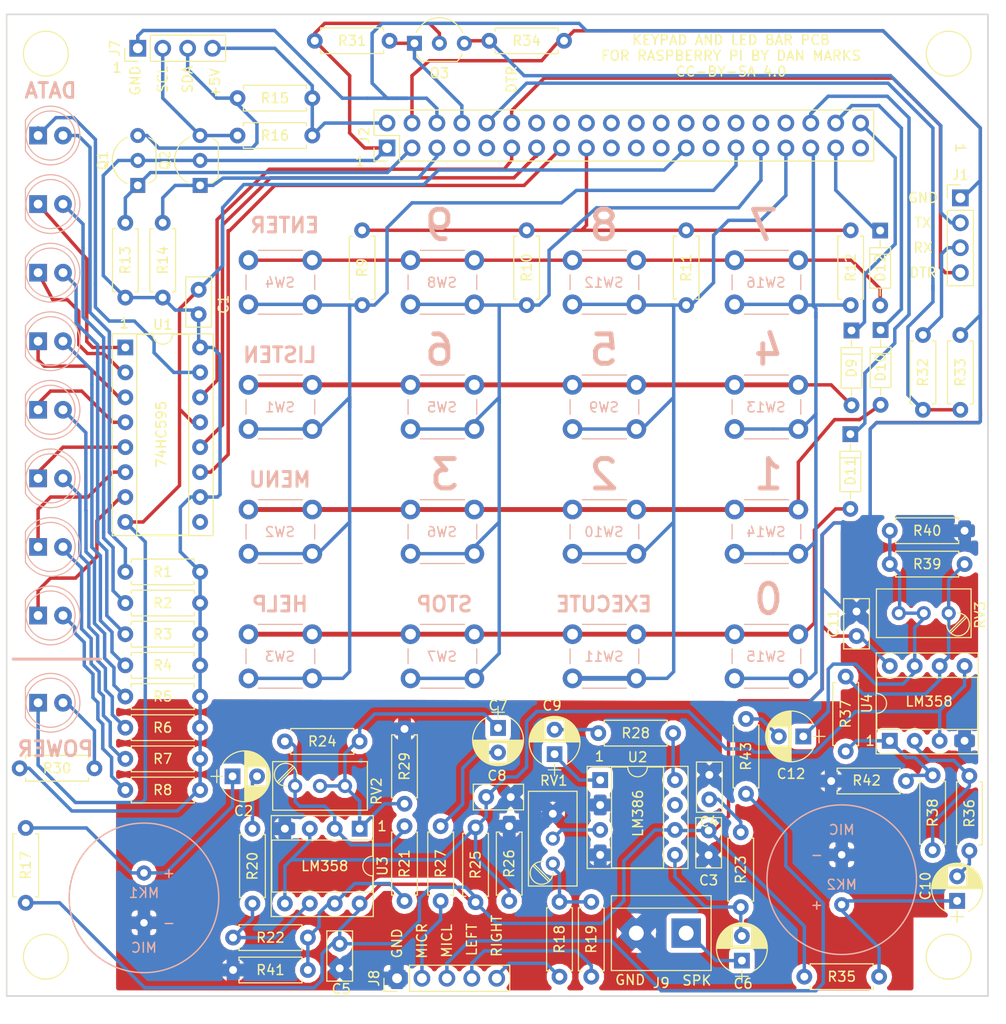
<source format=kicad_pcb>
(kicad_pcb (version 4) (host pcbnew 4.0.7)
  (layers (0 F.Cu signal) (31 B.Cu signal) (34 B.Paste user) (35 F.Paste user) (36 B.SilkS user) (37 F.SilkS user) (38 B.Mask user) (39 F.Mask user) (44 Edge.Cuts user))
  (net 0 "")
  (net 1 VCC)
  (net 2 GND)
  (net 3 "Net-(D1-Pad1)")
  (net 4 "Net-(D2-Pad1)")
  (net 5 "Net-(D3-Pad1)")
  (net 6 "Net-(D4-Pad1)")
  (net 7 "Net-(D5-Pad1)")
  (net 8 "Net-(D6-Pad1)")
  (net 9 "Net-(D7-Pad1)")
  (net 10 "Net-(D8-Pad1)")
  (net 11 /GPIO21)
  (net 12 "Net-(D9-Pad2)")
  (net 13 /GPIO20)
  (net 14 "Net-(D10-Pad2)")
  (net 15 /GPIO16)
  (net 16 "Net-(D11-Pad2)")
  (net 17 /GPIO26)
  (net 18 "Net-(D12-Pad2)")
  (net 19 /RPIGND#1)
  (net 20 /GPIO14UART0TXD)
  (net 21 /GPIO15UART0RXD)
  (net 22 /GPIO18PCM_CLK)
  (net 23 /RPI5V#1)
  (net 24 /GPIO2_SDA1_I2C)
  (net 25 /RPI5V#2)
  (net 26 /GPIO3_SCL1_I2C)
  (net 27 /GPIO4_1WIRE)
  (net 28 /RPIGND#6)
  (net 29 /GPIO17)
  (net 30 /GPIO27)
  (net 31 /RPIGND#2)
  (net 32 /GPIO22)
  (net 33 /GPIO23)
  (net 34 /RPI3V3#2)
  (net 35 /GPIO24)
  (net 36 /GPIO10_SPIO0_MOSI)
  (net 37 /RPIGND#3)
  (net 38 /GPIO9_SPIO0_MISO)
  (net 39 /GPIO25)
  (net 40 /GPIO11_SPIO0_CLK)
  (net 41 /GPIO8SPI0_CE0_N)
  (net 42 /GPIO8SPI0_CE1_N)
  (net 43 /ID_SD_I2C_ID_EEPROM)
  (net 44 /ID_SC_I2C_ID_EEPROM)
  (net 45 /GPIO5)
  (net 46 /RPIGND#4)
  (net 47 /GPIO6)
  (net 48 /GPIO12)
  (net 49 /GPIO13)
  (net 50 /RPIGND#5)
  (net 51 /GPIO19)
  (net 52 /RPIGND#8)
  (net 53 "Net-(U1-Pad9)")
  (net 54 "Net-(D1-Pad2)")
  (net 55 "Net-(D2-Pad2)")
  (net 56 "Net-(D3-Pad2)")
  (net 57 "Net-(D4-Pad2)")
  (net 58 "Net-(D5-Pad2)")
  (net 59 "Net-(D6-Pad2)")
  (net 60 "Net-(D7-Pad2)")
  (net 61 "Net-(D8-Pad2)")
  (net 62 "Net-(J7-Pad2)")
  (net 63 "Net-(J7-Pad3)")
  (net 64 "Net-(C2-Pad1)")
  (net 65 "Net-(C2-Pad2)")
  (net 66 "Net-(C4-Pad1)")
  (net 67 "Net-(C6-Pad1)")
  (net 68 "Net-(C6-Pad2)")
  (net 69 "Net-(C7-Pad1)")
  (net 70 "Net-(C7-Pad2)")
  (net 71 "Net-(J8-Pad2)")
  (net 72 "Net-(J8-Pad3)")
  (net 73 "Net-(J8-Pad4)")
  (net 74 "Net-(R18-Pad2)")
  (net 75 "Net-(R20-Pad1)")
  (net 76 "Net-(R21-Pad1)")
  (net 77 "Net-(R21-Pad2)")
  (net 78 "Net-(RV1-Pad2)")
  (net 79 "Net-(U2-Pad7)")
  (net 80 "Net-(C8-Pad2)")
  (net 81 "Net-(C9-Pad1)")
  (net 82 "Net-(C9-Pad2)")
  (net 83 "Net-(R28-Pad1)")
  (net 84 "Net-(D13-Pad2)")
  (net 85 "Net-(J1-Pad2)")
  (net 86 "Net-(J1-Pad3)")
  (net 87 "Net-(C10-Pad1)")
  (net 88 "Net-(C10-Pad2)")
  (net 89 "Net-(C12-Pad1)")
  (net 90 "Net-(C12-Pad2)")
  (net 91 "Net-(R36-Pad1)")
  (net 92 "Net-(R37-Pad1)")
  (net 93 "Net-(R37-Pad2)")
  (net 94 "Net-(J8-Pad5)")
  (module Pin_Headers:Pin_Header_Straight_1x05_Pitch2.54mm (layer F.Cu) (at 65.786 139.192 90)
    (fp_text reference J8 (at 0 -2.33 90) (layer F.SilkS))
    (fp_text value Conn_01x05)
    (pad 1 thru_hole rect (at 0 0 90) (size 1.7 1.7) (drill 1) (layers *.Cu *.Mask) (net 19 /RPIGND#1))
    (pad 2 thru_hole oval (at 0 2.54 90) (size 1.7 1.7) (drill 1) (layers *.Cu *.Mask) (net 71 "Net-(J8-Pad2)"))
    (pad 3 thru_hole oval (at 0 5.08 90) (size 1.7 1.7) (drill 1) (layers *.Cu *.Mask) (net 72 "Net-(J8-Pad3)"))
    (pad 4 thru_hole oval (at 0 7.62 90) (size 1.7 1.7) (drill 1) (layers *.Cu *.Mask) (net 73 "Net-(J8-Pad4)"))
    (pad 5 thru_hole oval (at 0 10.16 90) (size 1.7 1.7) (drill 1) (layers *.Cu *.Mask) (net 94 "Net-(J8-Pad5)"))
  )
  (module KeypadPI:CondenserMic (layer B.Cu) (at 111.1 129.15 180)
    (fp_text reference MK2 (at 0 -0.5 180) (layer B.SilkS) (effects (justify mirror)))
    (fp_text value Microphone_Condenser)
    (fp_text user + (at 2.54 -2.54 180) (layer B.SilkS) (effects (justify mirror)))
    (fp_text user - (at 2.54 2.54 180) (layer B.SilkS) (effects (justify mirror)))
    (fp_text user MIC (at 0 5.08 180) (layer B.SilkS) (effects (justify mirror)))
    (pad 1 thru_hole rect (at 0 2.54 180) (size 1.524 1.524) (drill 0.762) (layers *.Cu *.Mask) (net 19 /RPIGND#1))
    (pad 2 thru_hole circle (at 0 -2.54 180) (size 1.524 1.524) (drill 0.762) (layers *.Cu *.Mask) (net 87 "Net-(C10-Pad1)"))
  )
  (module Capacitors_THT:C_Disc_D5.0mm_W2.5mm_P2.50mm (layer F.Cu) (at 97.54 124.14 270)
    (fp_text reference C3 (at 5.08 0 360) (layer F.SilkS))
    (fp_text value "100 nF")
    (pad 1 thru_hole circle (at 0 0 270) (size 1.6 1.6) (drill 0.8) (layers *.Cu *.Mask) (net 25 /RPI5V#2))
    (pad 2 thru_hole circle (at 2.5 0 270) (size 1.6 1.6) (drill 0.8) (layers *.Cu *.Mask) (net 19 /RPIGND#1))
  )
  (module Buttons_Switches_THT:SW_PUSH_6mm (layer B.Cu) (at 106.68 66.04 180)
    (fp_text reference SW16 (at 3.302 -2.286 180) (layer B.SilkS) (effects (justify mirror)))
    (fp_text value SW_Push)
    (pad 2 thru_hole circle (at 0 -4.5 90) (size 2 2) (drill 1.1) (layers *.Cu *.Mask) (net 51 /GPIO19))
    (pad 1 thru_hole circle (at 0 0 90) (size 2 2) (drill 1.1) (layers *.Cu *.Mask) (net 18 "Net-(D12-Pad2)"))
    (pad 2 thru_hole circle (at 6.5 -4.5 90) (size 2 2) (drill 1.1) (layers *.Cu *.Mask) (net 51 /GPIO19))
    (pad 1 thru_hole circle (at 6.5 0 90) (size 2 2) (drill 1.1) (layers *.Cu *.Mask) (net 18 "Net-(D12-Pad2)"))
  )
  (module Potentiometers:Potentiometer_Trimmer_Bourns_3296W (layer F.Cu) (at 81.661 127.508 270)
    (fp_text reference RV1 (at -8.448 -0.099 360) (layer F.SilkS))
    (fp_text value 10k)
    (pad 1 thru_hole circle (at 0 0 270) (size 1.44 1.44) (drill 0.8) (layers *.Cu *.Mask) (net 74 "Net-(R18-Pad2)"))
    (pad 2 thru_hole circle (at -2.54 0 270) (size 1.44 1.44) (drill 0.8) (layers *.Cu *.Mask) (net 78 "Net-(RV1-Pad2)"))
    (pad 3 thru_hole circle (at -5.08 0 270) (size 1.44 1.44) (drill 0.8) (layers *.Cu *.Mask) (net 19 /RPIGND#1))
  )
  (module Potentiometers:Potentiometer_Trimmer_Bourns_3296W (layer F.Cu) (at 55.4 119.6 180)
    (fp_text reference RV2 (at -8.3 -0.53 450) (layer F.SilkS))
    (fp_text value 100k)
    (pad 1 thru_hole circle (at 0 0 180) (size 1.44 1.44) (drill 0.8) (layers *.Cu *.Mask) (net 76 "Net-(R21-Pad1)"))
    (pad 2 thru_hole circle (at -2.54 0 180) (size 1.44 1.44) (drill 0.8) (layers *.Cu *.Mask) (net 69 "Net-(C7-Pad1)"))
    (pad 3 thru_hole circle (at -5.08 0 180) (size 1.44 1.44) (drill 0.8) (layers *.Cu *.Mask) (net 69 "Net-(C7-Pad1)"))
  )
  (module Resistors_THT:R_Axial_DIN0207_L6.3mm_D2.5mm_P7.62mm_Horizontal (layer F.Cu) (at 45.72 104.14 180)
    (fp_text reference R3 (at 3.81 0 180) (layer F.SilkS))
    (fp_text value 150R)
    (pad 1 thru_hole circle (at 0 0 180) (size 1.6 1.6) (drill 0.8) (layers *.Cu *.Mask) (net 1 VCC))
    (pad 2 thru_hole oval (at 7.62 0 180) (size 1.6 1.6) (drill 0.8) (layers *.Cu *.Mask) (net 56 "Net-(D3-Pad2)"))
  )
  (module Capacitors_THT:C_Disc_D5.0mm_W2.5mm_P2.50mm (layer F.Cu) (at 45.57 71.55 90)
    (fp_text reference C1 (at 1.016 2.54 90) (layer F.SilkS))
    (fp_text value "100 nF")
    (pad 1 thru_hole circle (at 0 0 90) (size 1.6 1.6) (drill 0.8) (layers *.Cu *.Mask) (net 1 VCC))
    (pad 2 thru_hole circle (at 2.5 0 90) (size 1.6 1.6) (drill 0.8) (layers *.Cu *.Mask) (net 2 GND))
  )
  (module LEDs:LED_D5.0mm (layer B.Cu) (at 29.21 53.34)
    (fp_text reference D1 hide)
    (fp_text value LED)
    (pad 1 thru_hole rect (at 0 0) (size 1.8 1.8) (drill 0.9) (layers *.Cu *.Mask) (net 3 "Net-(D1-Pad1)"))
    (pad 2 thru_hole circle (at 2.54 0) (size 1.8 1.8) (drill 0.9) (layers *.Cu *.Mask) (net 54 "Net-(D1-Pad2)"))
  )
  (module LEDs:LED_D5.0mm (layer B.Cu) (at 29.21 60.325)
    (fp_text reference D2 hide)
    (fp_text value LED)
    (pad 1 thru_hole rect (at 0 0) (size 1.8 1.8) (drill 0.9) (layers *.Cu *.Mask) (net 4 "Net-(D2-Pad1)"))
    (pad 2 thru_hole circle (at 2.54 0) (size 1.8 1.8) (drill 0.9) (layers *.Cu *.Mask) (net 55 "Net-(D2-Pad2)"))
  )
  (module LEDs:LED_D5.0mm (layer B.Cu) (at 29.21 67.31)
    (fp_text reference D3 hide)
    (fp_text value LED)
    (pad 1 thru_hole rect (at 0 0) (size 1.8 1.8) (drill 0.9) (layers *.Cu *.Mask) (net 5 "Net-(D3-Pad1)"))
    (pad 2 thru_hole circle (at 2.54 0) (size 1.8 1.8) (drill 0.9) (layers *.Cu *.Mask) (net 56 "Net-(D3-Pad2)"))
  )
  (module LEDs:LED_D5.0mm (layer B.Cu) (at 29.21 74.295)
    (fp_text reference D4 hide)
    (fp_text value LED)
    (pad 1 thru_hole rect (at 0 0) (size 1.8 1.8) (drill 0.9) (layers *.Cu *.Mask) (net 6 "Net-(D4-Pad1)"))
    (pad 2 thru_hole circle (at 2.54 0) (size 1.8 1.8) (drill 0.9) (layers *.Cu *.Mask) (net 57 "Net-(D4-Pad2)"))
  )
  (module LEDs:LED_D5.0mm (layer B.Cu) (at 29.21 81.28)
    (fp_text reference D5 hide)
    (fp_text value LED)
    (pad 1 thru_hole rect (at 0 0) (size 1.8 1.8) (drill 0.9) (layers *.Cu *.Mask) (net 7 "Net-(D5-Pad1)"))
    (pad 2 thru_hole circle (at 2.54 0) (size 1.8 1.8) (drill 0.9) (layers *.Cu *.Mask) (net 58 "Net-(D5-Pad2)"))
  )
  (module LEDs:LED_D5.0mm (layer B.Cu) (at 29.21 88.265)
    (fp_text reference D6 hide)
    (fp_text value LED)
    (pad 1 thru_hole rect (at 0 0) (size 1.8 1.8) (drill 0.9) (layers *.Cu *.Mask) (net 8 "Net-(D6-Pad1)"))
    (pad 2 thru_hole circle (at 2.54 0) (size 1.8 1.8) (drill 0.9) (layers *.Cu *.Mask) (net 59 "Net-(D6-Pad2)"))
  )
  (module LEDs:LED_D5.0mm (layer B.Cu) (at 29.21 95.25)
    (fp_text reference D7 hide)
    (fp_text value LED)
    (pad 1 thru_hole rect (at 0 0) (size 1.8 1.8) (drill 0.9) (layers *.Cu *.Mask) (net 9 "Net-(D7-Pad1)"))
    (pad 2 thru_hole circle (at 2.54 0) (size 1.8 1.8) (drill 0.9) (layers *.Cu *.Mask) (net 60 "Net-(D7-Pad2)"))
  )
  (module LEDs:LED_D5.0mm (layer B.Cu) (at 29.21 102.235)
    (fp_text reference D8 hide)
    (fp_text value LED)
    (pad 1 thru_hole rect (at 0 0) (size 1.8 1.8) (drill 0.9) (layers *.Cu *.Mask) (net 10 "Net-(D8-Pad1)"))
    (pad 2 thru_hole circle (at 2.54 0) (size 1.8 1.8) (drill 0.9) (layers *.Cu *.Mask) (net 61 "Net-(D8-Pad2)"))
  )
  (module Diodes_THT:D_DO-35_SOD27_P7.62mm_Horizontal (layer F.Cu) (at 112.1 73.2 270)
    (fp_text reference D9 (at 3.844 -0.004 270) (layer F.SilkS))
    (fp_text value 1N4148)
    (pad 1 thru_hole rect (at 0 0 270) (size 1.6 1.6) (drill 0.8) (layers *.Cu *.Mask) (net 11 /GPIO21))
    (pad 2 thru_hole oval (at 7.62 0 270) (size 1.6 1.6) (drill 0.8) (layers *.Cu *.Mask) (net 12 "Net-(D9-Pad2)"))
  )
  (module Diodes_THT:D_DO-35_SOD27_P7.62mm_Horizontal (layer F.Cu) (at 115.062 73.152 270)
    (fp_text reference D10 (at 3.81 0 270) (layer F.SilkS))
    (fp_text value 1N4148)
    (pad 1 thru_hole rect (at 0 0 270) (size 1.6 1.6) (drill 0.8) (layers *.Cu *.Mask) (net 13 /GPIO20))
    (pad 2 thru_hole oval (at 7.62 0 270) (size 1.6 1.6) (drill 0.8) (layers *.Cu *.Mask) (net 14 "Net-(D10-Pad2)"))
  )
  (module Diodes_THT:D_DO-35_SOD27_P7.62mm_Horizontal (layer F.Cu) (at 111.98 83.76 270)
    (fp_text reference D11 (at 3.81 0 270) (layer F.SilkS))
    (fp_text value 1N4148)
    (pad 1 thru_hole rect (at 0 0 270) (size 1.6 1.6) (drill 0.8) (layers *.Cu *.Mask) (net 15 /GPIO16))
    (pad 2 thru_hole oval (at 7.62 0 270) (size 1.6 1.6) (drill 0.8) (layers *.Cu *.Mask) (net 16 "Net-(D11-Pad2)"))
  )
  (module Diodes_THT:D_DO-35_SOD27_P7.62mm_Horizontal (layer F.Cu) (at 115.02 63.02 270)
    (fp_text reference D12 (at 3.81 0 270) (layer F.SilkS))
    (fp_text value 1N4148)
    (pad 1 thru_hole rect (at 0 0 270) (size 1.6 1.6) (drill 0.8) (layers *.Cu *.Mask) (net 17 /GPIO26))
    (pad 2 thru_hole oval (at 7.62 0 270) (size 1.6 1.6) (drill 0.8) (layers *.Cu *.Mask) (net 18 "Net-(D12-Pad2)"))
  )
  (module Pin_Headers:Pin_Header_Straight_1x04_Pitch2.54mm (layer F.Cu) (at 123.19 59.69)
    (fp_text reference J1 (at 0 -2.33) (layer F.SilkS))
    (fp_text value Conn_01x04)
    (pad 1 thru_hole rect (at 0 0) (size 1.7 1.7) (drill 1) (layers *.Cu *.Mask) (net 19 /RPIGND#1))
    (pad 2 thru_hole oval (at 0 2.54) (size 1.7 1.7) (drill 1) (layers *.Cu *.Mask) (net 85 "Net-(J1-Pad2)"))
    (pad 3 thru_hole oval (at 0 5.08) (size 1.7 1.7) (drill 1) (layers *.Cu *.Mask) (net 86 "Net-(J1-Pad3)"))
    (pad 4 thru_hole oval (at 0 7.62) (size 1.7 1.7) (drill 1) (layers *.Cu *.Mask) (net 22 /GPIO18PCM_CLK))
  )
  (module Pin_Headers:Pin_Header_Straight_2x20_Pitch2.54mm (layer F.Cu) (at 64.77 54.61 90)
    (fp_text reference J2 (at 1.27 -2.33 90) (layer F.SilkS))
    (fp_text value Conn_02x20_Odd_Even)
    (pad 1 thru_hole rect (at 0 0 90) (size 1.7 1.7) (drill 1) (layers *.Cu *.Mask) (net 1 VCC))
    (pad 2 thru_hole oval (at 2.54 0 90) (size 1.7 1.7) (drill 1) (layers *.Cu *.Mask) (net 23 /RPI5V#1))
    (pad 3 thru_hole oval (at 0 2.54 90) (size 1.7 1.7) (drill 1) (layers *.Cu *.Mask) (net 24 /GPIO2_SDA1_I2C))
    (pad 4 thru_hole oval (at 2.54 2.54 90) (size 1.7 1.7) (drill 1) (layers *.Cu *.Mask) (net 25 /RPI5V#2))
    (pad 5 thru_hole oval (at 0 5.08 90) (size 1.7 1.7) (drill 1) (layers *.Cu *.Mask) (net 26 /GPIO3_SCL1_I2C))
    (pad 6 thru_hole oval (at 2.54 5.08 90) (size 1.7 1.7) (drill 1) (layers *.Cu *.Mask) (net 19 /RPIGND#1))
    (pad 7 thru_hole oval (at 0 7.62 90) (size 1.7 1.7) (drill 1) (layers *.Cu *.Mask) (net 27 /GPIO4_1WIRE))
    (pad 8 thru_hole oval (at 2.54 7.62 90) (size 1.7 1.7) (drill 1) (layers *.Cu *.Mask) (net 20 /GPIO14UART0TXD))
    (pad 9 thru_hole oval (at 0 10.16 90) (size 1.7 1.7) (drill 1) (layers *.Cu *.Mask) (net 28 /RPIGND#6))
    (pad 10 thru_hole oval (at 2.54 10.16 90) (size 1.7 1.7) (drill 1) (layers *.Cu *.Mask) (net 21 /GPIO15UART0RXD))
    (pad 11 thru_hole oval (at 0 12.7 90) (size 1.7 1.7) (drill 1) (layers *.Cu *.Mask) (net 29 /GPIO17))
    (pad 12 thru_hole oval (at 2.54 12.7 90) (size 1.7 1.7) (drill 1) (layers *.Cu *.Mask) (net 22 /GPIO18PCM_CLK))
    (pad 13 thru_hole oval (at 0 15.24 90) (size 1.7 1.7) (drill 1) (layers *.Cu *.Mask) (net 30 /GPIO27))
    (pad 14 thru_hole oval (at 2.54 15.24 90) (size 1.7 1.7) (drill 1) (layers *.Cu *.Mask) (net 31 /RPIGND#2))
    (pad 15 thru_hole oval (at 0 17.78 90) (size 1.7 1.7) (drill 1) (layers *.Cu *.Mask) (net 32 /GPIO22))
    (pad 16 thru_hole oval (at 2.54 17.78 90) (size 1.7 1.7) (drill 1) (layers *.Cu *.Mask) (net 33 /GPIO23))
    (pad 17 thru_hole oval (at 0 20.32 90) (size 1.7 1.7) (drill 1) (layers *.Cu *.Mask) (net 34 /RPI3V3#2))
    (pad 18 thru_hole oval (at 2.54 20.32 90) (size 1.7 1.7) (drill 1) (layers *.Cu *.Mask) (net 35 /GPIO24))
    (pad 19 thru_hole oval (at 0 22.86 90) (size 1.7 1.7) (drill 1) (layers *.Cu *.Mask) (net 36 /GPIO10_SPIO0_MOSI))
    (pad 20 thru_hole oval (at 2.54 22.86 90) (size 1.7 1.7) (drill 1) (layers *.Cu *.Mask) (net 37 /RPIGND#3))
    (pad 21 thru_hole oval (at 0 25.4 90) (size 1.7 1.7) (drill 1) (layers *.Cu *.Mask) (net 38 /GPIO9_SPIO0_MISO))
    (pad 22 thru_hole oval (at 2.54 25.4 90) (size 1.7 1.7) (drill 1) (layers *.Cu *.Mask) (net 39 /GPIO25))
    (pad 23 thru_hole oval (at 0 27.94 90) (size 1.7 1.7) (drill 1) (layers *.Cu *.Mask) (net 40 /GPIO11_SPIO0_CLK))
    (pad 24 thru_hole oval (at 2.54 27.94 90) (size 1.7 1.7) (drill 1) (layers *.Cu *.Mask) (net 41 /GPIO8SPI0_CE0_N))
    (pad 25 thru_hole oval (at 0 30.48 90) (size 1.7 1.7) (drill 1) (layers *.Cu *.Mask) (net 2 GND))
    (pad 26 thru_hole oval (at 2.54 30.48 90) (size 1.7 1.7) (drill 1) (layers *.Cu *.Mask) (net 42 /GPIO8SPI0_CE1_N))
    (pad 27 thru_hole oval (at 0 33.02 90) (size 1.7 1.7) (drill 1) (layers *.Cu *.Mask) (net 43 /ID_SD_I2C_ID_EEPROM))
    (pad 28 thru_hole oval (at 2.54 33.02 90) (size 1.7 1.7) (drill 1) (layers *.Cu *.Mask) (net 44 /ID_SC_I2C_ID_EEPROM))
    (pad 29 thru_hole oval (at 0 35.56 90) (size 1.7 1.7) (drill 1) (layers *.Cu *.Mask) (net 45 /GPIO5))
    (pad 30 thru_hole oval (at 2.54 35.56 90) (size 1.7 1.7) (drill 1) (layers *.Cu *.Mask) (net 46 /RPIGND#4))
    (pad 31 thru_hole oval (at 0 38.1 90) (size 1.7 1.7) (drill 1) (layers *.Cu *.Mask) (net 47 /GPIO6))
    (pad 32 thru_hole oval (at 2.54 38.1 90) (size 1.7 1.7) (drill 1) (layers *.Cu *.Mask) (net 48 /GPIO12))
    (pad 33 thru_hole oval (at 0 40.64 90) (size 1.7 1.7) (drill 1) (layers *.Cu *.Mask) (net 49 /GPIO13))
    (pad 34 thru_hole oval (at 2.54 40.64 90) (size 1.7 1.7) (drill 1) (layers *.Cu *.Mask) (net 50 /RPIGND#5))
    (pad 35 thru_hole oval (at 0 43.18 90) (size 1.7 1.7) (drill 1) (layers *.Cu *.Mask) (net 51 /GPIO19))
    (pad 36 thru_hole oval (at 2.54 43.18 90) (size 1.7 1.7) (drill 1) (layers *.Cu *.Mask) (net 15 /GPIO16))
    (pad 37 thru_hole oval (at 0 45.72 90) (size 1.7 1.7) (drill 1) (layers *.Cu *.Mask) (net 17 /GPIO26))
    (pad 38 thru_hole oval (at 2.54 45.72 90) (size 1.7 1.7) (drill 1) (layers *.Cu *.Mask) (net 13 /GPIO20))
    (pad 39 thru_hole oval (at 0 48.26 90) (size 1.7 1.7) (drill 1) (layers *.Cu *.Mask) (net 52 /RPIGND#8))
    (pad 40 thru_hole oval (at 2.54 48.26 90) (size 1.7 1.7) (drill 1) (layers *.Cu *.Mask) (net 11 /GPIO21))
  )
  (module Resistors_THT:R_Axial_DIN0207_L6.3mm_D2.5mm_P7.62mm_Horizontal (layer F.Cu) (at 45.72 97.79 180)
    (fp_text reference R1 (at 3.81 0 180) (layer F.SilkS))
    (fp_text value 150R)
    (pad 1 thru_hole circle (at 0 0 180) (size 1.6 1.6) (drill 0.8) (layers *.Cu *.Mask) (net 1 VCC))
    (pad 2 thru_hole oval (at 7.62 0 180) (size 1.6 1.6) (drill 0.8) (layers *.Cu *.Mask) (net 54 "Net-(D1-Pad2)"))
  )
  (module Resistors_THT:R_Axial_DIN0207_L6.3mm_D2.5mm_P7.62mm_Horizontal (layer F.Cu) (at 45.72 100.965 180)
    (fp_text reference R2 (at 3.81 0 180) (layer F.SilkS))
    (fp_text value 150R)
    (pad 1 thru_hole circle (at 0 0 180) (size 1.6 1.6) (drill 0.8) (layers *.Cu *.Mask) (net 1 VCC))
    (pad 2 thru_hole oval (at 7.62 0 180) (size 1.6 1.6) (drill 0.8) (layers *.Cu *.Mask) (net 55 "Net-(D2-Pad2)"))
  )
  (module Resistors_THT:R_Axial_DIN0207_L6.3mm_D2.5mm_P7.62mm_Horizontal (layer F.Cu) (at 45.72 107.315 180)
    (fp_text reference R4 (at 3.81 0 180) (layer F.SilkS))
    (fp_text value 150R)
    (pad 1 thru_hole circle (at 0 0 180) (size 1.6 1.6) (drill 0.8) (layers *.Cu *.Mask) (net 1 VCC))
    (pad 2 thru_hole oval (at 7.62 0 180) (size 1.6 1.6) (drill 0.8) (layers *.Cu *.Mask) (net 57 "Net-(D4-Pad2)"))
  )
  (module Resistors_THT:R_Axial_DIN0207_L6.3mm_D2.5mm_P7.62mm_Horizontal (layer F.Cu) (at 45.72 110.49 180)
    (fp_text reference R5 (at 3.81 0 180) (layer F.SilkS))
    (fp_text value 150R)
    (pad 1 thru_hole circle (at 0 0 180) (size 1.6 1.6) (drill 0.8) (layers *.Cu *.Mask) (net 1 VCC))
    (pad 2 thru_hole oval (at 7.62 0 180) (size 1.6 1.6) (drill 0.8) (layers *.Cu *.Mask) (net 58 "Net-(D5-Pad2)"))
  )
  (module Resistors_THT:R_Axial_DIN0207_L6.3mm_D2.5mm_P7.62mm_Horizontal (layer F.Cu) (at 45.72 113.665 180)
    (fp_text reference R6 (at 3.81 0 180) (layer F.SilkS))
    (fp_text value 150R)
    (pad 1 thru_hole circle (at 0 0 180) (size 1.6 1.6) (drill 0.8) (layers *.Cu *.Mask) (net 1 VCC))
    (pad 2 thru_hole oval (at 7.62 0 180) (size 1.6 1.6) (drill 0.8) (layers *.Cu *.Mask) (net 59 "Net-(D6-Pad2)"))
  )
  (module Resistors_THT:R_Axial_DIN0207_L6.3mm_D2.5mm_P7.62mm_Horizontal (layer F.Cu) (at 45.72 116.84 180)
    (fp_text reference R7 (at 3.81 0 180) (layer F.SilkS))
    (fp_text value 150R)
    (pad 1 thru_hole circle (at 0 0 180) (size 1.6 1.6) (drill 0.8) (layers *.Cu *.Mask) (net 1 VCC))
    (pad 2 thru_hole oval (at 7.62 0 180) (size 1.6 1.6) (drill 0.8) (layers *.Cu *.Mask) (net 60 "Net-(D7-Pad2)"))
  )
  (module Resistors_THT:R_Axial_DIN0207_L6.3mm_D2.5mm_P7.62mm_Horizontal (layer F.Cu) (at 45.72 120.015 180)
    (fp_text reference R8 (at 3.81 0 180) (layer F.SilkS))
    (fp_text value 150R)
    (pad 1 thru_hole circle (at 0 0 180) (size 1.6 1.6) (drill 0.8) (layers *.Cu *.Mask) (net 1 VCC))
    (pad 2 thru_hole oval (at 7.62 0 180) (size 1.6 1.6) (drill 0.8) (layers *.Cu *.Mask) (net 61 "Net-(D8-Pad2)"))
  )
  (module Resistors_THT:R_Axial_DIN0207_L6.3mm_D2.5mm_P7.62mm_Horizontal (layer F.Cu) (at 62.23 62.992 270)
    (fp_text reference R9 (at 3.81 0 270) (layer F.SilkS))
    (fp_text value 10k)
    (pad 1 thru_hole circle (at 0 0 270) (size 1.6 1.6) (drill 0.8) (layers *.Cu *.Mask) (net 34 /RPI3V3#2))
    (pad 2 thru_hole oval (at 7.62 0 270) (size 1.6 1.6) (drill 0.8) (layers *.Cu *.Mask) (net 45 /GPIO5))
  )
  (module Resistors_THT:R_Axial_DIN0207_L6.3mm_D2.5mm_P7.62mm_Horizontal (layer F.Cu) (at 78.994 62.992 270)
    (fp_text reference R10 (at 3.81 0 270) (layer F.SilkS))
    (fp_text value 10k)
    (pad 1 thru_hole circle (at 0 0 270) (size 1.6 1.6) (drill 0.8) (layers *.Cu *.Mask) (net 34 /RPI3V3#2))
    (pad 2 thru_hole oval (at 7.62 0 270) (size 1.6 1.6) (drill 0.8) (layers *.Cu *.Mask) (net 47 /GPIO6))
  )
  (module Resistors_THT:R_Axial_DIN0207_L6.3mm_D2.5mm_P7.62mm_Horizontal (layer F.Cu) (at 95.25 62.992 270)
    (fp_text reference R11 (at 3.81 0 270) (layer F.SilkS))
    (fp_text value 10k)
    (pad 1 thru_hole circle (at 0 0 270) (size 1.6 1.6) (drill 0.8) (layers *.Cu *.Mask) (net 34 /RPI3V3#2))
    (pad 2 thru_hole oval (at 7.62 0 270) (size 1.6 1.6) (drill 0.8) (layers *.Cu *.Mask) (net 49 /GPIO13))
  )
  (module Resistors_THT:R_Axial_DIN0207_L6.3mm_D2.5mm_P7.62mm_Horizontal (layer F.Cu) (at 112.014 62.992 270)
    (fp_text reference R12 (at 3.81 0 270) (layer F.SilkS))
    (fp_text value 10k)
    (pad 1 thru_hole circle (at 0 0 270) (size 1.6 1.6) (drill 0.8) (layers *.Cu *.Mask) (net 34 /RPI3V3#2))
    (pad 2 thru_hole oval (at 7.62 0 270) (size 1.6 1.6) (drill 0.8) (layers *.Cu *.Mask) (net 51 /GPIO19))
  )
  (module Buttons_Switches_THT:SW_PUSH_6mm (layer B.Cu) (at 57.15 78.74 180)
    (fp_text reference SW1 (at 3.302 -2.286 180) (layer B.SilkS) (effects (justify mirror)))
    (fp_text value SW_Push)
    (pad 2 thru_hole circle (at 0 -4.5 90) (size 2 2) (drill 1.1) (layers *.Cu *.Mask) (net 45 /GPIO5))
    (pad 1 thru_hole circle (at 0 0 90) (size 2 2) (drill 1.1) (layers *.Cu *.Mask) (net 12 "Net-(D9-Pad2)"))
    (pad 2 thru_hole circle (at 6.5 -4.5 90) (size 2 2) (drill 1.1) (layers *.Cu *.Mask) (net 45 /GPIO5))
    (pad 1 thru_hole circle (at 6.5 0 90) (size 2 2) (drill 1.1) (layers *.Cu *.Mask) (net 12 "Net-(D9-Pad2)"))
  )
  (module Buttons_Switches_THT:SW_PUSH_6mm (layer B.Cu) (at 57.15 91.44 180)
    (fp_text reference SW2 (at 3.302 -2.286 180) (layer B.SilkS) (effects (justify mirror)))
    (fp_text value SW_Push)
    (pad 2 thru_hole circle (at 0 -4.5 90) (size 2 2) (drill 1.1) (layers *.Cu *.Mask) (net 45 /GPIO5))
    (pad 1 thru_hole circle (at 0 0 90) (size 2 2) (drill 1.1) (layers *.Cu *.Mask) (net 14 "Net-(D10-Pad2)"))
    (pad 2 thru_hole circle (at 6.5 -4.5 90) (size 2 2) (drill 1.1) (layers *.Cu *.Mask) (net 45 /GPIO5))
    (pad 1 thru_hole circle (at 6.5 0 90) (size 2 2) (drill 1.1) (layers *.Cu *.Mask) (net 14 "Net-(D10-Pad2)"))
  )
  (module Buttons_Switches_THT:SW_PUSH_6mm (layer B.Cu) (at 57.15 104.14 180)
    (fp_text reference SW3 (at 3.302 -2.286 180) (layer B.SilkS) (effects (justify mirror)))
    (fp_text value SW_Push)
    (pad 2 thru_hole circle (at 0 -4.5 90) (size 2 2) (drill 1.1) (layers *.Cu *.Mask) (net 45 /GPIO5))
    (pad 1 thru_hole circle (at 0 0 90) (size 2 2) (drill 1.1) (layers *.Cu *.Mask) (net 16 "Net-(D11-Pad2)"))
    (pad 2 thru_hole circle (at 6.5 -4.5 90) (size 2 2) (drill 1.1) (layers *.Cu *.Mask) (net 45 /GPIO5))
    (pad 1 thru_hole circle (at 6.5 0 90) (size 2 2) (drill 1.1) (layers *.Cu *.Mask) (net 16 "Net-(D11-Pad2)"))
  )
  (module Buttons_Switches_THT:SW_PUSH_6mm (layer B.Cu) (at 57.15 66.04 180)
    (fp_text reference SW4 (at 3.302 -2.286 180) (layer B.SilkS) (effects (justify mirror)))
    (fp_text value SW_Push)
    (pad 2 thru_hole circle (at 0 -4.5 90) (size 2 2) (drill 1.1) (layers *.Cu *.Mask) (net 45 /GPIO5))
    (pad 1 thru_hole circle (at 0 0 90) (size 2 2) (drill 1.1) (layers *.Cu *.Mask) (net 18 "Net-(D12-Pad2)"))
    (pad 2 thru_hole circle (at 6.5 -4.5 90) (size 2 2) (drill 1.1) (layers *.Cu *.Mask) (net 45 /GPIO5))
    (pad 1 thru_hole circle (at 6.5 0 90) (size 2 2) (drill 1.1) (layers *.Cu *.Mask) (net 18 "Net-(D12-Pad2)"))
  )
  (module Buttons_Switches_THT:SW_PUSH_6mm (layer B.Cu) (at 73.66 78.74 180)
    (fp_text reference SW5 (at 3.302 -2.286 180) (layer B.SilkS) (effects (justify mirror)))
    (fp_text value SW_Push)
    (pad 2 thru_hole circle (at 0 -4.5 90) (size 2 2) (drill 1.1) (layers *.Cu *.Mask) (net 47 /GPIO6))
    (pad 1 thru_hole circle (at 0 0 90) (size 2 2) (drill 1.1) (layers *.Cu *.Mask) (net 12 "Net-(D9-Pad2)"))
    (pad 2 thru_hole circle (at 6.5 -4.5 90) (size 2 2) (drill 1.1) (layers *.Cu *.Mask) (net 47 /GPIO6))
    (pad 1 thru_hole circle (at 6.5 0 90) (size 2 2) (drill 1.1) (layers *.Cu *.Mask) (net 12 "Net-(D9-Pad2)"))
  )
  (module Buttons_Switches_THT:SW_PUSH_6mm (layer B.Cu) (at 73.66 91.44 180)
    (fp_text reference SW6 (at 3.302 -2.286 180) (layer B.SilkS) (effects (justify mirror)))
    (fp_text value SW_Push)
    (pad 2 thru_hole circle (at 0 -4.5 90) (size 2 2) (drill 1.1) (layers *.Cu *.Mask) (net 47 /GPIO6))
    (pad 1 thru_hole circle (at 0 0 90) (size 2 2) (drill 1.1) (layers *.Cu *.Mask) (net 14 "Net-(D10-Pad2)"))
    (pad 2 thru_hole circle (at 6.5 -4.5 90) (size 2 2) (drill 1.1) (layers *.Cu *.Mask) (net 47 /GPIO6))
    (pad 1 thru_hole circle (at 6.5 0 90) (size 2 2) (drill 1.1) (layers *.Cu *.Mask) (net 14 "Net-(D10-Pad2)"))
  )
  (module Buttons_Switches_THT:SW_PUSH_6mm (layer B.Cu) (at 73.66 104.14 180)
    (fp_text reference SW7 (at 3.302 -2.286 180) (layer B.SilkS) (effects (justify mirror)))
    (fp_text value SW_Push)
    (pad 2 thru_hole circle (at 0 -4.5 90) (size 2 2) (drill 1.1) (layers *.Cu *.Mask) (net 47 /GPIO6))
    (pad 1 thru_hole circle (at 0 0 90) (size 2 2) (drill 1.1) (layers *.Cu *.Mask) (net 16 "Net-(D11-Pad2)"))
    (pad 2 thru_hole circle (at 6.5 -4.5 90) (size 2 2) (drill 1.1) (layers *.Cu *.Mask) (net 47 /GPIO6))
    (pad 1 thru_hole circle (at 6.5 0 90) (size 2 2) (drill 1.1) (layers *.Cu *.Mask) (net 16 "Net-(D11-Pad2)"))
  )
  (module Buttons_Switches_THT:SW_PUSH_6mm (layer B.Cu) (at 73.66 66.04 180)
    (fp_text reference SW8 (at 3.302 -2.286 180) (layer B.SilkS) (effects (justify mirror)))
    (fp_text value SW_Push)
    (pad 2 thru_hole circle (at 0 -4.5 90) (size 2 2) (drill 1.1) (layers *.Cu *.Mask) (net 47 /GPIO6))
    (pad 1 thru_hole circle (at 0 0 90) (size 2 2) (drill 1.1) (layers *.Cu *.Mask) (net 18 "Net-(D12-Pad2)"))
    (pad 2 thru_hole circle (at 6.5 -4.5 90) (size 2 2) (drill 1.1) (layers *.Cu *.Mask) (net 47 /GPIO6))
    (pad 1 thru_hole circle (at 6.5 0 90) (size 2 2) (drill 1.1) (layers *.Cu *.Mask) (net 18 "Net-(D12-Pad2)"))
  )
  (module Buttons_Switches_THT:SW_PUSH_6mm (layer B.Cu) (at 90.17 78.74 180)
    (fp_text reference SW9 (at 3.302 -2.286 180) (layer B.SilkS) (effects (justify mirror)))
    (fp_text value SW_Push)
    (pad 2 thru_hole circle (at 0 -4.5 90) (size 2 2) (drill 1.1) (layers *.Cu *.Mask) (net 49 /GPIO13))
    (pad 1 thru_hole circle (at 0 0 90) (size 2 2) (drill 1.1) (layers *.Cu *.Mask) (net 12 "Net-(D9-Pad2)"))
    (pad 2 thru_hole circle (at 6.5 -4.5 90) (size 2 2) (drill 1.1) (layers *.Cu *.Mask) (net 49 /GPIO13))
    (pad 1 thru_hole circle (at 6.5 0 90) (size 2 2) (drill 1.1) (layers *.Cu *.Mask) (net 12 "Net-(D9-Pad2)"))
  )
  (module Buttons_Switches_THT:SW_PUSH_6mm (layer B.Cu) (at 90.17 91.44 180)
    (fp_text reference SW10 (at 3.302 -2.286 180) (layer B.SilkS) (effects (justify mirror)))
    (fp_text value SW_Push)
    (pad 2 thru_hole circle (at 0 -4.5 90) (size 2 2) (drill 1.1) (layers *.Cu *.Mask) (net 49 /GPIO13))
    (pad 1 thru_hole circle (at 0 0 90) (size 2 2) (drill 1.1) (layers *.Cu *.Mask) (net 14 "Net-(D10-Pad2)"))
    (pad 2 thru_hole circle (at 6.5 -4.5 90) (size 2 2) (drill 1.1) (layers *.Cu *.Mask) (net 49 /GPIO13))
    (pad 1 thru_hole circle (at 6.5 0 90) (size 2 2) (drill 1.1) (layers *.Cu *.Mask) (net 14 "Net-(D10-Pad2)"))
  )
  (module Buttons_Switches_THT:SW_PUSH_6mm (layer B.Cu) (at 90.17 104.14 180)
    (fp_text reference SW11 (at 3.302 -2.286 180) (layer B.SilkS) (effects (justify mirror)))
    (fp_text value SW_Push)
    (pad 2 thru_hole circle (at 0 -4.5 90) (size 2 2) (drill 1.1) (layers *.Cu *.Mask) (net 49 /GPIO13))
    (pad 1 thru_hole circle (at 0 0 90) (size 2 2) (drill 1.1) (layers *.Cu *.Mask) (net 16 "Net-(D11-Pad2)"))
    (pad 2 thru_hole circle (at 6.5 -4.5 90) (size 2 2) (drill 1.1) (layers *.Cu *.Mask) (net 49 /GPIO13))
    (pad 1 thru_hole circle (at 6.5 0 90) (size 2 2) (drill 1.1) (layers *.Cu *.Mask) (net 16 "Net-(D11-Pad2)"))
  )
  (module Buttons_Switches_THT:SW_PUSH_6mm (layer B.Cu) (at 90.17 66.04 180)
    (fp_text reference SW12 (at 3.302 -2.286 180) (layer B.SilkS) (effects (justify mirror)))
    (fp_text value SW_Push)
    (pad 2 thru_hole circle (at 0 -4.5 90) (size 2 2) (drill 1.1) (layers *.Cu *.Mask) (net 49 /GPIO13))
    (pad 1 thru_hole circle (at 0 0 90) (size 2 2) (drill 1.1) (layers *.Cu *.Mask) (net 18 "Net-(D12-Pad2)"))
    (pad 2 thru_hole circle (at 6.5 -4.5 90) (size 2 2) (drill 1.1) (layers *.Cu *.Mask) (net 49 /GPIO13))
    (pad 1 thru_hole circle (at 6.5 0 90) (size 2 2) (drill 1.1) (layers *.Cu *.Mask) (net 18 "Net-(D12-Pad2)"))
  )
  (module Buttons_Switches_THT:SW_PUSH_6mm (layer B.Cu) (at 106.68 78.74 180)
    (fp_text reference SW13 (at 3.302 -2.286 180) (layer B.SilkS) (effects (justify mirror)))
    (fp_text value SW_Push)
    (pad 2 thru_hole circle (at 0 -4.5 90) (size 2 2) (drill 1.1) (layers *.Cu *.Mask) (net 51 /GPIO19))
    (pad 1 thru_hole circle (at 0 0 90) (size 2 2) (drill 1.1) (layers *.Cu *.Mask) (net 12 "Net-(D9-Pad2)"))
    (pad 2 thru_hole circle (at 6.5 -4.5 90) (size 2 2) (drill 1.1) (layers *.Cu *.Mask) (net 51 /GPIO19))
    (pad 1 thru_hole circle (at 6.5 0 90) (size 2 2) (drill 1.1) (layers *.Cu *.Mask) (net 12 "Net-(D9-Pad2)"))
  )
  (module Buttons_Switches_THT:SW_PUSH_6mm (layer B.Cu) (at 106.68 91.44 180)
    (fp_text reference SW14 (at 3.302 -2.286 180) (layer B.SilkS) (effects (justify mirror)))
    (fp_text value SW_Push)
    (pad 2 thru_hole circle (at 0 -4.5 90) (size 2 2) (drill 1.1) (layers *.Cu *.Mask) (net 51 /GPIO19))
    (pad 1 thru_hole circle (at 0 0 90) (size 2 2) (drill 1.1) (layers *.Cu *.Mask) (net 14 "Net-(D10-Pad2)"))
    (pad 2 thru_hole circle (at 6.5 -4.5 90) (size 2 2) (drill 1.1) (layers *.Cu *.Mask) (net 51 /GPIO19))
    (pad 1 thru_hole circle (at 6.5 0 90) (size 2 2) (drill 1.1) (layers *.Cu *.Mask) (net 14 "Net-(D10-Pad2)"))
  )
  (module Buttons_Switches_THT:SW_PUSH_6mm (layer B.Cu) (at 106.68 104.14 180)
    (fp_text reference SW15 (at 3.302 -2.286 180) (layer B.SilkS) (effects (justify mirror)))
    (fp_text value SW_Push)
    (pad 2 thru_hole circle (at 0 -4.5 90) (size 2 2) (drill 1.1) (layers *.Cu *.Mask) (net 51 /GPIO19))
    (pad 1 thru_hole circle (at 0 0 90) (size 2 2) (drill 1.1) (layers *.Cu *.Mask) (net 16 "Net-(D11-Pad2)"))
    (pad 2 thru_hole circle (at 6.5 -4.5 90) (size 2 2) (drill 1.1) (layers *.Cu *.Mask) (net 51 /GPIO19))
    (pad 1 thru_hole circle (at 6.5 0 90) (size 2 2) (drill 1.1) (layers *.Cu *.Mask) (net 16 "Net-(D11-Pad2)"))
  )
  (module Housings_DIP:DIP-16_W7.62mm_Socket (layer F.Cu) (at 38.1 74.93)
    (fp_text reference U1 (at 3.81 -2.33) (layer F.SilkS))
    (fp_text value 74HC595)
    (pad 1 thru_hole rect (at 0 0) (size 1.6 1.6) (drill 0.8) (layers *.Cu *.Mask) (net 4 "Net-(D2-Pad1)"))
    (pad 9 thru_hole oval (at 7.62 17.78) (size 1.6 1.6) (drill 0.8) (layers *.Cu *.Mask) (net 53 "Net-(U1-Pad9)"))
    (pad 2 thru_hole oval (at 0 2.54) (size 1.6 1.6) (drill 0.8) (layers *.Cu *.Mask) (net 5 "Net-(D3-Pad1)"))
    (pad 10 thru_hole oval (at 7.62 15.24) (size 1.6 1.6) (drill 0.8) (layers *.Cu *.Mask) (net 1 VCC))
    (pad 3 thru_hole oval (at 0 5.08) (size 1.6 1.6) (drill 0.8) (layers *.Cu *.Mask) (net 6 "Net-(D4-Pad1)"))
    (pad 11 thru_hole oval (at 7.62 12.7) (size 1.6 1.6) (drill 0.8) (layers *.Cu *.Mask) (net 32 /GPIO22))
    (pad 4 thru_hole oval (at 0 7.62) (size 1.6 1.6) (drill 0.8) (layers *.Cu *.Mask) (net 7 "Net-(D5-Pad1)"))
    (pad 12 thru_hole oval (at 7.62 10.16) (size 1.6 1.6) (drill 0.8) (layers *.Cu *.Mask) (net 30 /GPIO27))
    (pad 5 thru_hole oval (at 0 10.16) (size 1.6 1.6) (drill 0.8) (layers *.Cu *.Mask) (net 8 "Net-(D6-Pad1)"))
    (pad 13 thru_hole oval (at 7.62 7.62) (size 1.6 1.6) (drill 0.8) (layers *.Cu *.Mask) (net 2 GND))
    (pad 6 thru_hole oval (at 0 12.7) (size 1.6 1.6) (drill 0.8) (layers *.Cu *.Mask) (net 9 "Net-(D7-Pad1)"))
    (pad 14 thru_hole oval (at 7.62 5.08) (size 1.6 1.6) (drill 0.8) (layers *.Cu *.Mask) (net 29 /GPIO17))
    (pad 7 thru_hole oval (at 0 15.24) (size 1.6 1.6) (drill 0.8) (layers *.Cu *.Mask) (net 10 "Net-(D8-Pad1)"))
    (pad 15 thru_hole oval (at 7.62 2.54) (size 1.6 1.6) (drill 0.8) (layers *.Cu *.Mask) (net 3 "Net-(D1-Pad1)"))
    (pad 8 thru_hole oval (at 0 17.78) (size 1.6 1.6) (drill 0.8) (layers *.Cu *.Mask) (net 2 GND))
    (pad 16 thru_hole oval (at 7.62 0) (size 1.6 1.6) (drill 0.8) (layers *.Cu *.Mask) (net 1 VCC))
  )
  (module Connectors:1pin (layer F.Cu) (at 30 45)
    (fp_text reference J3 hide)
    (fp_text value Conn_01x01)
    (pad "" np_thru_hole circle (at 0 0) (size 3.048 3.048) (drill 3.048) (layers *.Cu *.Mask))
  )
  (module Connectors:1pin (layer F.Cu) (at 122 45)
    (fp_text reference J4 hide)
    (fp_text value Conn_01x01)
    (pad "" np_thru_hole circle (at 0 0) (size 3.048 3.048) (drill 3.048) (layers *.Cu *.Mask))
  )
  (module Connectors:1pin (layer F.Cu) (at 122 137)
    (fp_text reference J5 hide)
    (fp_text value Conn_01x01)
    (pad "" np_thru_hole circle (at 0 0) (size 3.048 3.048) (drill 3.048) (layers *.Cu *.Mask))
  )
  (module Connectors:1pin (layer F.Cu) (at 30 137)
    (fp_text reference J6 hide)
    (fp_text value Conn_01x01)
    (pad "" np_thru_hole circle (at 0 0) (size 3.048 3.048) (drill 3.048) (layers *.Cu *.Mask))
  )
  (module Pin_Headers:Pin_Header_Straight_1x04_Pitch2.54mm (layer F.Cu) (at 39.37 44.45 90)
    (fp_text reference J7 (at 0 -2.33 90) (layer F.SilkS))
    (fp_text value Conn_01x04)
    (pad 1 thru_hole rect (at 0 0 90) (size 1.7 1.7) (drill 1) (layers *.Cu *.Mask) (net 19 /RPIGND#1))
    (pad 2 thru_hole oval (at 0 2.54 90) (size 1.7 1.7) (drill 1) (layers *.Cu *.Mask) (net 62 "Net-(J7-Pad2)"))
    (pad 3 thru_hole oval (at 0 5.08 90) (size 1.7 1.7) (drill 1) (layers *.Cu *.Mask) (net 63 "Net-(J7-Pad3)"))
    (pad 4 thru_hole oval (at 0 7.62 90) (size 1.7 1.7) (drill 1) (layers *.Cu *.Mask) (net 23 /RPI5V#1))
  )
  (module TO_SOT_Packages_THT:TO-92_Inline_Wide (layer F.Cu) (at 39.37 58.42 90)
    (fp_text reference Q1 (at 2.54 -3.56 270) (layer F.SilkS))
    (fp_text value 2N7000)
    (pad 2 thru_hole circle (at 2.54 0 180) (size 1.52 1.52) (drill 0.8) (layers *.Cu *.Mask) (net 1 VCC))
    (pad 3 thru_hole circle (at 5.08 0 180) (size 1.52 1.52) (drill 0.8) (layers *.Cu *.Mask) (net 63 "Net-(J7-Pad3)"))
    (pad 1 thru_hole rect (at 0 0 180) (size 1.52 1.52) (drill 0.8) (layers *.Cu *.Mask) (net 24 /GPIO2_SDA1_I2C))
  )
  (module TO_SOT_Packages_THT:TO-92_Inline_Wide (layer F.Cu) (at 45.72 58.42 90)
    (fp_text reference Q2 (at 2.54 -3.56 270) (layer F.SilkS))
    (fp_text value 2N7000)
    (pad 2 thru_hole circle (at 2.54 0 180) (size 1.52 1.52) (drill 0.8) (layers *.Cu *.Mask) (net 1 VCC))
    (pad 3 thru_hole circle (at 5.08 0 180) (size 1.52 1.52) (drill 0.8) (layers *.Cu *.Mask) (net 62 "Net-(J7-Pad2)"))
    (pad 1 thru_hole rect (at 0 0 180) (size 1.52 1.52) (drill 0.8) (layers *.Cu *.Mask) (net 26 /GPIO3_SCL1_I2C))
  )
  (module Resistors_THT:R_Axial_DIN0207_L6.3mm_D2.5mm_P7.62mm_Horizontal (layer F.Cu) (at 38.1 69.85 90)
    (fp_text reference R13 (at 3.81 0 90) (layer F.SilkS))
    (fp_text value 10k)
    (pad 1 thru_hole circle (at 0 0 90) (size 1.6 1.6) (drill 0.8) (layers *.Cu *.Mask) (net 1 VCC))
    (pad 2 thru_hole oval (at 7.62 0 90) (size 1.6 1.6) (drill 0.8) (layers *.Cu *.Mask) (net 24 /GPIO2_SDA1_I2C))
  )
  (module Resistors_THT:R_Axial_DIN0207_L6.3mm_D2.5mm_P7.62mm_Horizontal (layer F.Cu) (at 41.91 69.85 90)
    (fp_text reference R14 (at 3.81 0 90) (layer F.SilkS))
    (fp_text value 10k)
    (pad 1 thru_hole circle (at 0 0 90) (size 1.6 1.6) (drill 0.8) (layers *.Cu *.Mask) (net 1 VCC))
    (pad 2 thru_hole oval (at 7.62 0 90) (size 1.6 1.6) (drill 0.8) (layers *.Cu *.Mask) (net 26 /GPIO3_SCL1_I2C))
  )
  (module Resistors_THT:R_Axial_DIN0207_L6.3mm_D2.5mm_P7.62mm_Horizontal (layer F.Cu) (at 57.15 49.53 180)
    (fp_text reference R15 (at 3.81 0 180) (layer F.SilkS))
    (fp_text value 10k)
    (pad 1 thru_hole circle (at 0 0 180) (size 1.6 1.6) (drill 0.8) (layers *.Cu *.Mask) (net 23 /RPI5V#1))
    (pad 2 thru_hole oval (at 7.62 0 180) (size 1.6 1.6) (drill 0.8) (layers *.Cu *.Mask) (net 63 "Net-(J7-Pad3)"))
  )
  (module Resistors_THT:R_Axial_DIN0207_L6.3mm_D2.5mm_P7.62mm_Horizontal (layer F.Cu) (at 57.15 53.34 180)
    (fp_text reference R16 (at 3.81 0 180) (layer F.SilkS))
    (fp_text value 10k)
    (pad 1 thru_hole circle (at 0 0 180) (size 1.6 1.6) (drill 0.8) (layers *.Cu *.Mask) (net 23 /RPI5V#1))
    (pad 2 thru_hole oval (at 7.62 0 180) (size 1.6 1.6) (drill 0.8) (layers *.Cu *.Mask) (net 62 "Net-(J7-Pad2)"))
  )
  (module Capacitors_THT:CP_Radial_D5.0mm_P2.50mm (layer F.Cu) (at 49.022 118.618)
    (fp_text reference C2 (at 1.128 3.532) (layer F.SilkS))
    (fp_text value "1 uF")
    (pad 1 thru_hole rect (at 0 0) (size 1.6 1.6) (drill 0.8) (layers *.Cu *.Mask) (net 64 "Net-(C2-Pad1)"))
    (pad 2 thru_hole circle (at 2.5 0) (size 1.6 1.6) (drill 0.8) (layers *.Cu *.Mask) (net 65 "Net-(C2-Pad2)"))
  )
  (module Capacitors_THT:C_Disc_D5.0mm_W2.5mm_P2.50mm (layer F.Cu) (at 97.61 120.97 90)
    (fp_text reference C4 (at -2.275 -0.025 180) (layer F.SilkS))
    (fp_text value "100 nF")
    (pad 1 thru_hole circle (at 0 0 90) (size 1.6 1.6) (drill 0.8) (layers *.Cu *.Mask) (net 66 "Net-(C4-Pad1)"))
    (pad 2 thru_hole circle (at 2.5 0 90) (size 1.6 1.6) (drill 0.8) (layers *.Cu *.Mask) (net 19 /RPIGND#1))
  )
  (module Capacitors_THT:C_Disc_D5.0mm_W2.5mm_P2.50mm (layer F.Cu) (at 59.944 138.176 90)
    (fp_text reference C5 (at -2.11 0.16 180) (layer F.SilkS))
    (fp_text value "100 nF")
    (pad 1 thru_hole circle (at 0 0 90) (size 1.6 1.6) (drill 0.8) (layers *.Cu *.Mask) (net 19 /RPIGND#1))
    (pad 2 thru_hole circle (at 2.5 0 90) (size 1.6 1.6) (drill 0.8) (layers *.Cu *.Mask) (net 25 /RPI5V#2))
  )
  (module Capacitors_THT:CP_Radial_D5.0mm_P2.50mm (layer F.Cu) (at 100.93 137.39 90)
    (fp_text reference C6 (at -2.35 0.125 180) (layer F.SilkS))
    (fp_text value "220 uF")
    (pad 1 thru_hole rect (at 0 0 90) (size 1.6 1.6) (drill 0.8) (layers *.Cu *.Mask) (net 67 "Net-(C6-Pad1)"))
    (pad 2 thru_hole circle (at 2.5 0 90) (size 1.6 1.6) (drill 0.8) (layers *.Cu *.Mask) (net 68 "Net-(C6-Pad2)"))
  )
  (module Capacitors_THT:CP_Radial_D5.0mm_P2.50mm (layer F.Cu) (at 76.08 113.69 270)
    (fp_text reference C7 (at -2.286 0 360) (layer F.SilkS))
    (fp_text value "220 uF")
    (pad 1 thru_hole rect (at 0 0 270) (size 1.6 1.6) (drill 0.8) (layers *.Cu *.Mask) (net 69 "Net-(C7-Pad1)"))
    (pad 2 thru_hole circle (at 2.5 0 270) (size 1.6 1.6) (drill 0.8) (layers *.Cu *.Mask) (net 70 "Net-(C7-Pad2)"))
  )
  (module Connectors_Terminal_Blocks:TerminalBlock_bornier-2_P5.08mm (layer F.Cu) (at 95.25 134.59 180)
    (fp_text reference J9 (at 2.54 -5.08 180) (layer F.SilkS))
    (fp_text value SPEAKER)
    (pad 1 thru_hole rect (at 0 0 180) (size 3 3) (drill 1.52) (layers *.Cu *.Mask) (net 67 "Net-(C6-Pad1)"))
    (pad 2 thru_hole circle (at 5.08 0 180) (size 3 3) (drill 1.52) (layers *.Cu *.Mask) (net 19 /RPIGND#1))
  )
  (module KeypadPI:CondenserMic (layer B.Cu) (at 40 131)
    (fp_text reference MK1 (at 0 -0.5) (layer B.SilkS) (effects (justify mirror)))
    (fp_text value Microphone_Condenser)
    (fp_text user + (at 2.54 -2.54) (layer B.SilkS) (effects (justify mirror)))
    (fp_text user - (at 2.54 2.54) (layer B.SilkS) (effects (justify mirror)))
    (fp_text user MIC (at 0 5.08) (layer B.SilkS) (effects (justify mirror)))
    (pad 1 thru_hole rect (at 0 2.54) (size 1.524 1.524) (drill 0.762) (layers *.Cu *.Mask) (net 19 /RPIGND#1))
    (pad 2 thru_hole circle (at 0 -2.54) (size 1.524 1.524) (drill 0.762) (layers *.Cu *.Mask) (net 64 "Net-(C2-Pad1)"))
  )
  (module Resistors_THT:R_Axial_DIN0207_L6.3mm_D2.5mm_P7.62mm_Horizontal (layer F.Cu) (at 27.95 131.5 90)
    (fp_text reference R17 (at 3.81 0 90) (layer F.SilkS))
    (fp_text value 4k7)
    (pad 1 thru_hole circle (at 0 0 90) (size 1.6 1.6) (drill 0.8) (layers *.Cu *.Mask) (net 25 /RPI5V#2))
    (pad 2 thru_hole oval (at 7.62 0 90) (size 1.6 1.6) (drill 0.8) (layers *.Cu *.Mask) (net 64 "Net-(C2-Pad1)"))
  )
  (module Resistors_THT:R_Axial_DIN0207_L6.3mm_D2.5mm_P7.62mm_Horizontal (layer F.Cu) (at 82.34 139.03 90)
    (fp_text reference R18 (at 3.81 0 90) (layer F.SilkS))
    (fp_text value 10k)
    (pad 1 thru_hole circle (at 0 0 90) (size 1.6 1.6) (drill 0.8) (layers *.Cu *.Mask) (net 94 "Net-(J8-Pad5)"))
    (pad 2 thru_hole oval (at 7.62 0 90) (size 1.6 1.6) (drill 0.8) (layers *.Cu *.Mask) (net 74 "Net-(R18-Pad2)"))
  )
  (module Resistors_THT:R_Axial_DIN0207_L6.3mm_D2.5mm_P7.62mm_Horizontal (layer F.Cu) (at 85.58 139.03 90)
    (fp_text reference R19 (at 3.81 0 90) (layer F.SilkS))
    (fp_text value 10k)
    (pad 1 thru_hole circle (at 0 0 90) (size 1.6 1.6) (drill 0.8) (layers *.Cu *.Mask) (net 73 "Net-(J8-Pad4)"))
    (pad 2 thru_hole oval (at 7.62 0 90) (size 1.6 1.6) (drill 0.8) (layers *.Cu *.Mask) (net 74 "Net-(R18-Pad2)"))
  )
  (module Resistors_THT:R_Axial_DIN0207_L6.3mm_D2.5mm_P7.62mm_Horizontal (layer F.Cu) (at 51.054 131.572 90)
    (fp_text reference R20 (at 3.81 0 90) (layer F.SilkS))
    (fp_text value 47k)
    (pad 1 thru_hole circle (at 0 0 90) (size 1.6 1.6) (drill 0.8) (layers *.Cu *.Mask) (net 75 "Net-(R20-Pad1)"))
    (pad 2 thru_hole oval (at 7.62 0 90) (size 1.6 1.6) (drill 0.8) (layers *.Cu *.Mask) (net 65 "Net-(C2-Pad2)"))
  )
  (module Resistors_THT:R_Axial_DIN0207_L6.3mm_D2.5mm_P7.62mm_Horizontal (layer F.Cu) (at 66.548 123.698 270)
    (fp_text reference R21 (at 3.81 0 270) (layer F.SilkS))
    (fp_text value 1k)
    (pad 1 thru_hole circle (at 0 0 270) (size 1.6 1.6) (drill 0.8) (layers *.Cu *.Mask) (net 76 "Net-(R21-Pad1)"))
    (pad 2 thru_hole oval (at 7.62 0 270) (size 1.6 1.6) (drill 0.8) (layers *.Cu *.Mask) (net 77 "Net-(R21-Pad2)"))
  )
  (module Resistors_THT:R_Axial_DIN0207_L6.3mm_D2.5mm_P7.62mm_Horizontal (layer F.Cu) (at 56.7 135.05 180)
    (fp_text reference R22 (at 3.81 0 180) (layer F.SilkS))
    (fp_text value 220k)
    (pad 1 thru_hole circle (at 0 0 180) (size 1.6 1.6) (drill 0.8) (layers *.Cu *.Mask) (net 77 "Net-(R21-Pad2)"))
    (pad 2 thru_hole oval (at 7.62 0 180) (size 1.6 1.6) (drill 0.8) (layers *.Cu *.Mask) (net 75 "Net-(R20-Pad1)"))
  )
  (module Resistors_THT:R_Axial_DIN0207_L6.3mm_D2.5mm_P7.62mm_Horizontal (layer F.Cu) (at 100.81 131.94 90)
    (fp_text reference R23 (at 3.81 0 90) (layer F.SilkS))
    (fp_text value 10R)
    (pad 1 thru_hole circle (at 0 0 90) (size 1.6 1.6) (drill 0.8) (layers *.Cu *.Mask) (net 68 "Net-(C6-Pad2)"))
    (pad 2 thru_hole oval (at 7.62 0 90) (size 1.6 1.6) (drill 0.8) (layers *.Cu *.Mask) (net 66 "Net-(C4-Pad1)"))
  )
  (module Resistors_THT:R_Axial_DIN0207_L6.3mm_D2.5mm_P7.62mm_Horizontal (layer F.Cu) (at 61.976 115.062 180)
    (fp_text reference R24 (at 3.81 0 180) (layer F.SilkS))
    (fp_text value NC)
    (pad 1 thru_hole circle (at 0 0 180) (size 1.6 1.6) (drill 0.8) (layers *.Cu *.Mask) (net 69 "Net-(C7-Pad1)"))
    (pad 2 thru_hole oval (at 7.62 0 180) (size 1.6 1.6) (drill 0.8) (layers *.Cu *.Mask) (net 76 "Net-(R21-Pad1)"))
  )
  (module Resistors_THT:R_Axial_DIN0207_L6.3mm_D2.5mm_P7.62mm_Horizontal (layer F.Cu) (at 73.787 131.445 90)
    (fp_text reference R25 (at 3.81 0 90) (layer F.SilkS))
    (fp_text value 10k)
    (pad 1 thru_hole circle (at 0 0 90) (size 1.6 1.6) (drill 0.8) (layers *.Cu *.Mask) (net 25 /RPI5V#2))
    (pad 2 thru_hole oval (at 7.62 0 90) (size 1.6 1.6) (drill 0.8) (layers *.Cu *.Mask) (net 80 "Net-(C8-Pad2)"))
  )
  (module Resistors_THT:R_Axial_DIN0207_L6.3mm_D2.5mm_P7.62mm_Horizontal (layer F.Cu) (at 77.216 131.318 90)
    (fp_text reference R26 (at 3.81 0 90) (layer F.SilkS))
    (fp_text value 10k)
    (pad 1 thru_hole circle (at 0 0 90) (size 1.6 1.6) (drill 0.8) (layers *.Cu *.Mask) (net 80 "Net-(C8-Pad2)"))
    (pad 2 thru_hole oval (at 7.62 0 90) (size 1.6 1.6) (drill 0.8) (layers *.Cu *.Mask) (net 19 /RPIGND#1))
  )
  (module Resistors_THT:R_Axial_DIN0207_L6.3mm_D2.5mm_P7.62mm_Horizontal (layer F.Cu) (at 70.231 123.698 270)
    (fp_text reference R27 (at 3.81 0 270) (layer F.SilkS))
    (fp_text value 1k)
    (pad 1 thru_hole circle (at 0 0 270) (size 1.6 1.6) (drill 0.8) (layers *.Cu *.Mask) (net 70 "Net-(C7-Pad2)"))
    (pad 2 thru_hole oval (at 7.62 0 270) (size 1.6 1.6) (drill 0.8) (layers *.Cu *.Mask) (net 71 "Net-(J8-Pad2)"))
  )
  (module Housings_DIP:DIP-8_W7.62mm_Socket (layer F.Cu) (at 86.487 118.999)
    (fp_text reference U2 (at 3.81 -2.33) (layer F.SilkS))
    (fp_text value LM386)
    (pad 1 thru_hole rect (at 0 0) (size 1.6 1.6) (drill 0.8) (layers *.Cu *.Mask) (net 81 "Net-(C9-Pad1)"))
    (pad 5 thru_hole oval (at 7.62 7.62) (size 1.6 1.6) (drill 0.8) (layers *.Cu *.Mask) (net 68 "Net-(C6-Pad2)"))
    (pad 2 thru_hole oval (at 0 2.54) (size 1.6 1.6) (drill 0.8) (layers *.Cu *.Mask) (net 19 /RPIGND#1))
    (pad 6 thru_hole oval (at 7.62 5.08) (size 1.6 1.6) (drill 0.8) (layers *.Cu *.Mask) (net 25 /RPI5V#2))
    (pad 3 thru_hole oval (at 0 5.08) (size 1.6 1.6) (drill 0.8) (layers *.Cu *.Mask) (net 78 "Net-(RV1-Pad2)"))
    (pad 7 thru_hole oval (at 7.62 2.54) (size 1.6 1.6) (drill 0.8) (layers *.Cu *.Mask) (net 79 "Net-(U2-Pad7)"))
    (pad 4 thru_hole oval (at 0 7.62) (size 1.6 1.6) (drill 0.8) (layers *.Cu *.Mask) (net 19 /RPIGND#1))
    (pad 8 thru_hole oval (at 7.62 0) (size 1.6 1.6) (drill 0.8) (layers *.Cu *.Mask) (net 83 "Net-(R28-Pad1)"))
  )
  (module Housings_DIP:DIP-8_W7.62mm_Socket (layer F.Cu) (at 61.976 123.952 270)
    (fp_text reference U3 (at 3.81 -2.33 270) (layer F.SilkS))
    (fp_text value LM358)
    (pad 1 thru_hole rect (at 0 0 270) (size 1.6 1.6) (drill 0.8) (layers *.Cu *.Mask) (net 69 "Net-(C7-Pad1)"))
    (pad 5 thru_hole oval (at 7.62 7.62 270) (size 1.6 1.6) (drill 0.8) (layers *.Cu *.Mask) (net 80 "Net-(C8-Pad2)"))
    (pad 2 thru_hole oval (at 0 2.54 270) (size 1.6 1.6) (drill 0.8) (layers *.Cu *.Mask) (net 76 "Net-(R21-Pad1)"))
    (pad 6 thru_hole oval (at 7.62 5.08 270) (size 1.6 1.6) (drill 0.8) (layers *.Cu *.Mask) (net 75 "Net-(R20-Pad1)"))
    (pad 3 thru_hole oval (at 0 5.08 270) (size 1.6 1.6) (drill 0.8) (layers *.Cu *.Mask) (net 80 "Net-(C8-Pad2)"))
    (pad 7 thru_hole oval (at 7.62 2.54 270) (size 1.6 1.6) (drill 0.8) (layers *.Cu *.Mask) (net 77 "Net-(R21-Pad2)"))
    (pad 4 thru_hole oval (at 0 7.62 270) (size 1.6 1.6) (drill 0.8) (layers *.Cu *.Mask) (net 19 /RPIGND#1))
    (pad 8 thru_hole oval (at 7.62 0 270) (size 1.6 1.6) (drill 0.8) (layers *.Cu *.Mask) (net 25 /RPI5V#2))
  )
  (module Capacitors_THT:C_Disc_D5.0mm_W2.5mm_P2.50mm (layer F.Cu) (at 77.37 120.73 180)
    (fp_text reference C8 (at 1.4 2.18 360) (layer F.SilkS))
    (fp_text value "100 nF")
    (pad 1 thru_hole circle (at 0 0 180) (size 1.6 1.6) (drill 0.8) (layers *.Cu *.Mask) (net 19 /RPIGND#1))
    (pad 2 thru_hole circle (at 2.5 0 180) (size 1.6 1.6) (drill 0.8) (layers *.Cu *.Mask) (net 80 "Net-(C8-Pad2)"))
  )
  (module Capacitors_THT:CP_Radial_D5.0mm_P2.50mm (layer F.Cu) (at 81.84 116.36 90)
    (fp_text reference C9 (at 4.953 -0.254 180) (layer F.SilkS))
    (fp_text value "10 uF")
    (pad 1 thru_hole rect (at 0 0 90) (size 1.6 1.6) (drill 0.8) (layers *.Cu *.Mask) (net 81 "Net-(C9-Pad1)"))
    (pad 2 thru_hole circle (at 2.5 0 90) (size 1.6 1.6) (drill 0.8) (layers *.Cu *.Mask) (net 82 "Net-(C9-Pad2)"))
  )
  (module Resistors_THT:R_Axial_DIN0207_L6.3mm_D2.5mm_P7.62mm_Horizontal (layer F.Cu) (at 93.92 114.22 180)
    (fp_text reference R28 (at 3.81 0 180) (layer F.SilkS))
    (fp_text value 1k)
    (pad 1 thru_hole circle (at 0 0 180) (size 1.6 1.6) (drill 0.8) (layers *.Cu *.Mask) (net 83 "Net-(R28-Pad1)"))
    (pad 2 thru_hole oval (at 7.62 0 180) (size 1.6 1.6) (drill 0.8) (layers *.Cu *.Mask) (net 82 "Net-(C9-Pad2)"))
  )
  (module Resistors_THT:R_Axial_DIN0207_L6.3mm_D2.5mm_P7.62mm_Horizontal (layer F.Cu) (at 66.548 121.412 90)
    (fp_text reference R29 (at 3.81 0 90) (layer F.SilkS))
    (fp_text value 10k)
    (pad 1 thru_hole circle (at 0 0 90) (size 1.6 1.6) (drill 0.8) (layers *.Cu *.Mask) (net 69 "Net-(C7-Pad1)"))
    (pad 2 thru_hole oval (at 7.62 0 90) (size 1.6 1.6) (drill 0.8) (layers *.Cu *.Mask) (net 19 /RPIGND#1))
  )
  (module LEDs:LED_D5.0mm (layer B.Cu) (at 29.21 111.125)
    (fp_text reference D13 hide)
    (fp_text value LED)
    (pad 1 thru_hole rect (at 0 0) (size 1.8 1.8) (drill 0.9) (layers *.Cu *.Mask) (net 2 GND))
    (pad 2 thru_hole circle (at 2.54 0) (size 1.8 1.8) (drill 0.9) (layers *.Cu *.Mask) (net 84 "Net-(D13-Pad2)"))
  )
  (module Resistors_THT:R_Axial_DIN0207_L6.3mm_D2.5mm_P7.62mm_Horizontal (layer F.Cu) (at 34.95 117.8 180)
    (fp_text reference R30 (at 3.81 0 180) (layer F.SilkS))
    (fp_text value 150R)
    (pad 1 thru_hole circle (at 0 0 180) (size 1.6 1.6) (drill 0.8) (layers *.Cu *.Mask) (net 84 "Net-(D13-Pad2)"))
    (pad 2 thru_hole oval (at 7.62 0 180) (size 1.6 1.6) (drill 0.8) (layers *.Cu *.Mask) (net 1 VCC))
  )
  (module TO_SOT_Packages_THT:TO-92_Inline_Wide (layer F.Cu) (at 67.564 43.942)
    (fp_text reference Q3 (at 2.54 3.048 180) (layer F.SilkS))
    (fp_text value 2N7000)
    (pad 2 thru_hole circle (at 2.54 0 90) (size 1.52 1.52) (drill 0.8) (layers *.Cu *.Mask) (net 1 VCC))
    (pad 3 thru_hole circle (at 5.08 0 90) (size 1.52 1.52) (drill 0.8) (layers *.Cu *.Mask) (net 85 "Net-(J1-Pad2)"))
    (pad 1 thru_hole rect (at 0 0 90) (size 1.52 1.52) (drill 0.8) (layers *.Cu *.Mask) (net 20 /GPIO14UART0TXD))
  )
  (module Resistors_THT:R_Axial_DIN0207_L6.3mm_D2.5mm_P7.62mm_Horizontal (layer F.Cu) (at 57.404 43.688)
    (fp_text reference R31 (at 3.81 0) (layer F.SilkS))
    (fp_text value 1k)
    (pad 1 thru_hole circle (at 0 0) (size 1.6 1.6) (drill 0.8) (layers *.Cu *.Mask) (net 1 VCC))
    (pad 2 thru_hole oval (at 7.62 0) (size 1.6 1.6) (drill 0.8) (layers *.Cu *.Mask) (net 20 /GPIO14UART0TXD))
  )
  (module Resistors_THT:R_Axial_DIN0207_L6.3mm_D2.5mm_P7.62mm_Horizontal (layer F.Cu) (at 119.38 73.66 270)
    (fp_text reference R32 (at 3.81 0 270) (layer F.SilkS))
    (fp_text value 470R)
    (pad 1 thru_hole circle (at 0 0 270) (size 1.6 1.6) (drill 0.8) (layers *.Cu *.Mask) (net 86 "Net-(J1-Pad3)"))
    (pad 2 thru_hole oval (at 7.62 0 270) (size 1.6 1.6) (drill 0.8) (layers *.Cu *.Mask) (net 21 /GPIO15UART0RXD))
  )
  (module Resistors_THT:R_Axial_DIN0207_L6.3mm_D2.5mm_P7.62mm_Horizontal (layer F.Cu) (at 123.19 81.28 90)
    (fp_text reference R33 (at 3.81 0 90) (layer F.SilkS))
    (fp_text value 1k)
    (pad 1 thru_hole circle (at 0 0 90) (size 1.6 1.6) (drill 0.8) (layers *.Cu *.Mask) (net 21 /GPIO15UART0RXD))
    (pad 2 thru_hole oval (at 7.62 0 90) (size 1.6 1.6) (drill 0.8) (layers *.Cu *.Mask) (net 19 /RPIGND#1))
  )
  (module Resistors_THT:R_Axial_DIN0207_L6.3mm_D2.5mm_P7.62mm_Horizontal (layer F.Cu) (at 82.804 43.688 180)
    (fp_text reference R34 (at 3.81 0 180) (layer F.SilkS))
    (fp_text value 1k)
    (pad 1 thru_hole circle (at 0 0 180) (size 1.6 1.6) (drill 0.8) (layers *.Cu *.Mask) (net 25 /RPI5V#2))
    (pad 2 thru_hole oval (at 7.62 0 180) (size 1.6 1.6) (drill 0.8) (layers *.Cu *.Mask) (net 85 "Net-(J1-Pad2)"))
  )
  (module Capacitors_THT:CP_Radial_D5.0mm_P2.50mm (layer F.Cu) (at 122.86 131.31 90)
    (fp_text reference C10 (at 1.516 -3.226 90) (layer F.SilkS))
    (fp_text value "1 uF")
    (pad 1 thru_hole rect (at 0 0 90) (size 1.6 1.6) (drill 0.8) (layers *.Cu *.Mask) (net 87 "Net-(C10-Pad1)"))
    (pad 2 thru_hole circle (at 2.5 0 90) (size 1.6 1.6) (drill 0.8) (layers *.Cu *.Mask) (net 88 "Net-(C10-Pad2)"))
  )
  (module Capacitors_THT:C_Disc_D5.0mm_W2.5mm_P2.50mm (layer F.Cu) (at 112.61 101.83 270)
    (fp_text reference C11 (at 1.22 2.36 270) (layer F.SilkS))
    (fp_text value "100 nF")
    (pad 1 thru_hole circle (at 0 0 270) (size 1.6 1.6) (drill 0.8) (layers *.Cu *.Mask) (net 19 /RPIGND#1))
    (pad 2 thru_hole circle (at 2.5 0 270) (size 1.6 1.6) (drill 0.8) (layers *.Cu *.Mask) (net 25 /RPI5V#2))
  )
  (module Capacitors_THT:CP_Radial_D5.0mm_P2.50mm (layer F.Cu) (at 107.188 114.554 180)
    (fp_text reference C12 (at 1.25 -3.81 180) (layer F.SilkS))
    (fp_text value "220 uF")
    (pad 1 thru_hole rect (at 0 0 180) (size 1.6 1.6) (drill 0.8) (layers *.Cu *.Mask) (net 89 "Net-(C12-Pad1)"))
    (pad 2 thru_hole circle (at 2.5 0 180) (size 1.6 1.6) (drill 0.8) (layers *.Cu *.Mask) (net 90 "Net-(C12-Pad2)"))
  )
  (module Resistors_THT:R_Axial_DIN0207_L6.3mm_D2.5mm_P7.62mm_Horizontal (layer F.Cu) (at 107.29 139.03)
    (fp_text reference R35 (at 3.81 0) (layer F.SilkS))
    (fp_text value 4k7)
    (pad 1 thru_hole circle (at 0 0) (size 1.6 1.6) (drill 0.8) (layers *.Cu *.Mask) (net 25 /RPI5V#2))
    (pad 2 thru_hole oval (at 7.62 0) (size 1.6 1.6) (drill 0.8) (layers *.Cu *.Mask) (net 87 "Net-(C10-Pad1)"))
  )
  (module Resistors_THT:R_Axial_DIN0207_L6.3mm_D2.5mm_P7.62mm_Horizontal (layer F.Cu) (at 124.11 118.58 270)
    (fp_text reference R36 (at 3.81 0 270) (layer F.SilkS))
    (fp_text value 47k)
    (pad 1 thru_hole circle (at 0 0 270) (size 1.6 1.6) (drill 0.8) (layers *.Cu *.Mask) (net 91 "Net-(R36-Pad1)"))
    (pad 2 thru_hole oval (at 7.62 0 270) (size 1.6 1.6) (drill 0.8) (layers *.Cu *.Mask) (net 88 "Net-(C10-Pad2)"))
  )
  (module Resistors_THT:R_Axial_DIN0207_L6.3mm_D2.5mm_P7.62mm_Horizontal (layer F.Cu) (at 111.506 108.458 270)
    (fp_text reference R37 (at 3.81 0 270) (layer F.SilkS))
    (fp_text value 1k)
    (pad 1 thru_hole circle (at 0 0 270) (size 1.6 1.6) (drill 0.8) (layers *.Cu *.Mask) (net 92 "Net-(R37-Pad1)"))
    (pad 2 thru_hole oval (at 7.62 0 270) (size 1.6 1.6) (drill 0.8) (layers *.Cu *.Mask) (net 93 "Net-(R37-Pad2)"))
  )
  (module Resistors_THT:R_Axial_DIN0207_L6.3mm_D2.5mm_P7.62mm_Horizontal (layer F.Cu) (at 120.37 118.52 270)
    (fp_text reference R38 (at 3.81 0 270) (layer F.SilkS))
    (fp_text value 220k)
    (pad 1 thru_hole circle (at 0 0 270) (size 1.6 1.6) (drill 0.8) (layers *.Cu *.Mask) (net 93 "Net-(R37-Pad2)"))
    (pad 2 thru_hole oval (at 7.62 0 270) (size 1.6 1.6) (drill 0.8) (layers *.Cu *.Mask) (net 91 "Net-(R36-Pad1)"))
  )
  (module Resistors_THT:R_Axial_DIN0207_L6.3mm_D2.5mm_P7.62mm_Horizontal (layer F.Cu) (at 116 97)
    (fp_text reference R39 (at 3.81 0) (layer F.SilkS))
    (fp_text value NC)
    (pad 1 thru_hole circle (at 0 0) (size 1.6 1.6) (drill 0.8) (layers *.Cu *.Mask) (net 89 "Net-(C12-Pad1)"))
    (pad 2 thru_hole oval (at 7.62 0) (size 1.6 1.6) (drill 0.8) (layers *.Cu *.Mask) (net 92 "Net-(R37-Pad1)"))
  )
  (module Resistors_THT:R_Axial_DIN0207_L6.3mm_D2.5mm_P7.62mm_Horizontal (layer F.Cu) (at 116 93.6)
    (fp_text reference R40 (at 3.81 0) (layer F.SilkS))
    (fp_text value 10k)
    (pad 1 thru_hole circle (at 0 0) (size 1.6 1.6) (drill 0.8) (layers *.Cu *.Mask) (net 89 "Net-(C12-Pad1)"))
    (pad 2 thru_hole oval (at 7.62 0) (size 1.6 1.6) (drill 0.8) (layers *.Cu *.Mask) (net 19 /RPIGND#1))
  )
  (module Resistors_THT:R_Axial_DIN0207_L6.3mm_D2.5mm_P7.62mm_Horizontal (layer F.Cu) (at 101.346 112.776 270)
    (fp_text reference R43 (at 3.81 0 270) (layer F.SilkS))
    (fp_text value 1k)
    (pad 1 thru_hole circle (at 0 0 270) (size 1.6 1.6) (drill 0.8) (layers *.Cu *.Mask) (net 90 "Net-(C12-Pad2)"))
    (pad 2 thru_hole oval (at 7.62 0 270) (size 1.6 1.6) (drill 0.8) (layers *.Cu *.Mask) (net 72 "Net-(J8-Pad3)"))
  )
  (module Potentiometers:Potentiometer_Trimmer_Bourns_3296W (layer F.Cu) (at 122 102)
    (fp_text reference RV3 (at 3.2 0.18 90) (layer F.SilkS))
    (fp_text value 100k)
    (pad 1 thru_hole circle (at 0 0) (size 1.44 1.44) (drill 0.8) (layers *.Cu *.Mask) (net 92 "Net-(R37-Pad1)"))
    (pad 2 thru_hole circle (at -2.54 0) (size 1.44 1.44) (drill 0.8) (layers *.Cu *.Mask) (net 89 "Net-(C12-Pad1)"))
    (pad 3 thru_hole circle (at -5.08 0) (size 1.44 1.44) (drill 0.8) (layers *.Cu *.Mask) (net 89 "Net-(C12-Pad1)"))
  )
  (module Housings_DIP:DIP-8_W7.62mm_Socket (layer F.Cu) (at 116 115 90)
    (fp_text reference U4 (at 3.81 -2.33 90) (layer F.SilkS))
    (fp_text value LM358)
    (pad 1 thru_hole rect (at 0 0 90) (size 1.6 1.6) (drill 0.8) (layers *.Cu *.Mask) (net 93 "Net-(R37-Pad2)"))
    (pad 5 thru_hole oval (at 7.62 7.62 90) (size 1.6 1.6) (drill 0.8) (layers *.Cu *.Mask) (net 80 "Net-(C8-Pad2)"))
    (pad 2 thru_hole oval (at 0 2.54 90) (size 1.6 1.6) (drill 0.8) (layers *.Cu *.Mask) (net 91 "Net-(R36-Pad1)"))
    (pad 6 thru_hole oval (at 7.62 5.08 90) (size 1.6 1.6) (drill 0.8) (layers *.Cu *.Mask) (net 92 "Net-(R37-Pad1)"))
    (pad 3 thru_hole oval (at 0 5.08 90) (size 1.6 1.6) (drill 0.8) (layers *.Cu *.Mask) (net 80 "Net-(C8-Pad2)"))
    (pad 7 thru_hole oval (at 7.62 2.54 90) (size 1.6 1.6) (drill 0.8) (layers *.Cu *.Mask) (net 89 "Net-(C12-Pad1)"))
    (pad 4 thru_hole oval (at 0 7.62 90) (size 1.6 1.6) (drill 0.8) (layers *.Cu *.Mask) (net 19 /RPIGND#1))
    (pad 8 thru_hole oval (at 7.62 0 90) (size 1.6 1.6) (drill 0.8) (layers *.Cu *.Mask) (net 25 /RPI5V#2))
  )
  (module Resistors_THT:R_Axial_DIN0207_L6.3mm_D2.5mm_P7.62mm_Horizontal (layer F.Cu) (at 56.7 138.35 180)
    (fp_text reference R41 (at 3.81 0 180) (layer F.SilkS))
    (fp_text value 10k)
    (pad 1 thru_hole circle (at 0 0 180) (size 1.6 1.6) (drill 0.8) (layers *.Cu *.Mask) (net 77 "Net-(R21-Pad2)"))
    (pad 2 thru_hole oval (at 7.62 0 180) (size 1.6 1.6) (drill 0.8) (layers *.Cu *.Mask) (net 19 /RPIGND#1))
  )
  (module Resistors_THT:R_Axial_DIN0207_L6.3mm_D2.5mm_P7.62mm_Horizontal (layer F.Cu) (at 117.65 119.1 180)
    (fp_text reference R42 (at 4.01 0.054999 180) (layer F.SilkS))
    (fp_text value 10k)
    (pad 1 thru_hole circle (at 0 0 180) (size 1.6 1.6) (drill 0.8) (layers *.Cu *.Mask) (net 93 "Net-(R37-Pad2)"))
    (pad 2 thru_hole oval (at 7.62 0 180) (size 1.6 1.6) (drill 0.8) (layers *.Cu *.Mask) (net 19 /RPIGND#1))
  )
  (gr_text LM358 (at 120 111) (layer F.SilkS) (effects (font (size 1 1))))
  (gr_text 1 (at 114 115) (layer F.SilkS) (effects (font (size 1 1))))
  (gr_text MICR (at 68.326 135.382 90) (layer F.SilkS) (effects (font (size 1 1))))
  (gr_text DTR (at 119.38 67.31) (layer F.SilkS) (effects (font (size 1 1))))
  (gr_line (start 26 141) (end 26 41) (angle 90) (layer Edge.Cuts) (width 0.15))
  (gr_line (start 126 141) (end 26 141) (angle 90) (layer Edge.Cuts) (width 0.15))
  (gr_line (start 126 41) (end 126 141) (angle 90) (layer Edge.Cuts) (width 0.15))
  (gr_line (start 26 41) (end 126 41) (angle 90) (layer Edge.Cuts) (width 0.15))
  (gr_line (start 26.67 106.68) (end 35.56 106.68) (angle 90) (layer B.SilkS) (width 0.3))
  (gr_text DATA (at 30.48 48.768) (layer B.SilkS) (effects (font (size 1.5 1.5) (thickness 0.3)) (justify mirror)))
  (gr_text POWER (at 30.988 115.824) (layer B.SilkS) (effects (font (size 1.5 1.5) (thickness 0.3)) (justify mirror)))
  (gr_text EXECUTE (at 86.868 101.092) (layer B.SilkS) (effects (font (size 1.5 1.5) (thickness 0.3)) (justify mirror)))
  (gr_text STOP (at 70.612 101.092) (layer B.SilkS) (effects (font (size 1.5 1.5) (thickness 0.3)) (justify mirror)))
  (gr_text HELP (at 53.848 101.092) (layer B.SilkS) (effects (font (size 1.5 1.5) (thickness 0.3)) (justify mirror)))
  (gr_text ENTER (at 54.356 62.484) (layer B.SilkS) (effects (font (size 1.5 1.5) (thickness 0.3)) (justify mirror)))
  (gr_text LISTEN (at 53.848 75.692) (layer B.SilkS) (effects (font (size 1.5 1.5) (thickness 0.3)) (justify mirror)))
  (gr_text MENU (at 53.848 88.392) (layer B.SilkS) (effects (font (size 1.5 1.5) (thickness 0.3)) (justify mirror)))
  (gr_text 9 (at 70.104 62.484) (layer B.SilkS) (effects (font (size 3 3) (thickness 0.5)) (justify mirror)))
  (gr_text 8 (at 86.868 62.484) (layer B.SilkS) (effects (font (size 3 3) (thickness 0.5)) (justify mirror)))
  (gr_text 7 (at 103.124 62.484) (layer B.SilkS) (effects (font (size 3 3) (thickness 0.5)) (justify mirror)))
  (gr_text 6 (at 70.104 75.184) (layer B.SilkS) (effects (font (size 3 3) (thickness 0.5)) (justify mirror)))
  (gr_text 5 (at 86.868 75.184) (layer B.SilkS) (effects (font (size 3 3) (thickness 0.5)) (justify mirror)))
  (gr_text 4 (at 103.632 75.184) (layer B.SilkS) (effects (font (size 3 3) (thickness 0.5)) (justify mirror)))
  (gr_text 3 (at 70.612 87.884) (layer B.SilkS) (effects (font (size 3 3) (thickness 0.5)) (justify mirror)))
  (gr_text 2 (at 86.868 87.884) (layer B.SilkS) (effects (font (size 3 3) (thickness 0.5)) (justify mirror)))
  (gr_text 1 (at 103.632 87.884) (layer B.SilkS) (effects (font (size 3 3) (thickness 0.5)) (justify mirror)))
  (gr_text 0 (at 103.632 100.584) (layer B.SilkS) (effects (font (size 3 3) (thickness 0.5)) (justify mirror)))
  (gr_text LM386 (at 90.34 122.38 90) (layer F.SilkS) (effects (font (size 1 1))))
  (gr_text LM358 (at 58.42 127.762) (layer F.SilkS) (effects (font (size 1 1))))
  (gr_text 1 (at 86.42 116.59) (layer F.SilkS) (effects (font (size 1 1))))
  (gr_text 1 (at 64.262 123.698) (layer F.SilkS) (effects (font (size 1 1))))
  (gr_text 1 (at 38 72.475) (layer F.SilkS) (effects (font (size 1 1))))
  (gr_text 1 (at 37.275 46.425) (layer F.SilkS) (effects (font (size 1 1))))
  (gr_text SPK (at 96.34 139.42) (layer F.SilkS) (effects (font (size 1 1))))
  (gr_text GND (at 89.55 139.36) (layer F.SilkS) (effects (font (size 1 1))))
  (gr_text MICL (at 70.866 135.382 90) (layer F.SilkS) (effects (font (size 1 1))))
  (gr_text RIGHT (at 75.946 134.874 90) (layer F.SilkS) (effects (font (size 1 1))))
  (gr_text LEFT (at 73.406 135.255 90) (layer F.SilkS) (effects (font (size 1 1))))
  (gr_text GND (at 65.786 135.636 90) (layer F.SilkS) (effects (font (size 1 1))))
  (gr_text SCL (at 41.91 47.625 90) (layer F.SilkS) (effects (font (size 1 1))))
  (gr_text SDA (at 44.45 47.625 90) (layer F.SilkS) (effects (font (size 1 1))))
  (gr_text +5V (at 47.244 48.006 90) (layer F.SilkS) (effects (font (size 1 1))))
  (gr_text GND (at 39.116 47.752 90) (layer F.SilkS) (effects (font (size 1 1))))
  (gr_text "KEYPAD AND LED BAR PCB\nFOR RASPBERRY PI BY DAN MARKS\nCC-BY-SA 4.0" (at 99.822 45.212) (layer F.SilkS) (effects (font (size 1 1))))
  (gr_text 1 (at 62 56) (layer F.SilkS) (effects (font (size 1 1))))
  (gr_text 1 (at 123.19 54.61 270) (layer F.SilkS) (effects (font (size 1 1))))
  (gr_text 74HC595 (at 41.76 83.78 90) (layer F.SilkS) (effects (font (size 1 1))))
  (gr_text DTR (at 77.47 47.625 90) (layer F.SilkS) (effects (font (size 1 1))))
  (gr_text RX (at 119.38 64.77) (layer F.SilkS) (effects (font (size 1 1))))
  (gr_text TX (at 119.38 62.23) (layer F.SilkS) (effects (font (size 1 1))))
  (gr_text GND (at 119.38 59.69) (layer F.SilkS) (effects (font (size 1 1))))
  (segment (start 62.127 116.933) (end 62 117.06) (width 0.35) (layer B.Cu) (net 0))
  (segment (start 62.09 117.15) (end 62 117.06) (width 0.35) (layer B.Cu) (net 0))
  (segment (start 45.72 120.015) (end 45.535 120.015) (width 0.35) (layer B.Cu) (net 1))
  (segment (start 45.535 120.015) (end 43.4 122.15) (width 0.35) (layer B.Cu) (net 1))
  (segment (start 28.3 117.8) (end 27.33 117.8) (width 0.35) (layer B.Cu) (net 1))
  (segment (start 32.65 122.15) (end 28.3 117.8) (width 0.35) (layer B.Cu) (net 1))
  (segment (start 43.4 122.15) (end 32.65 122.15) (width 0.35) (layer B.Cu) (net 1))
  (segment (start 45.72 120.015) (end 45.72 120.48) (width 0.35) (layer B.Cu) (net 1))
  (segment (start 45.72 100.965) (end 45.72 97.79) (width 0.35) (layer B.Cu) (net 1))
  (segment (start 45.72 104.14) (end 45.72 100.965) (width 0.35) (layer B.Cu) (net 1))
  (segment (start 45.72 107.315) (end 45.72 104.14) (width 0.35) (layer B.Cu) (net 1))
  (segment (start 45.72 120.015) (end 45.085 120.015) (width 0.35) (layer B.Cu) (net 1))
  (segment (start 46.005 113.38) (end 45.72 113.665) (width 0.35) (layer B.Cu) (net 1))
  (segment (start 46.101 114.046) (end 45.72 113.665) (width 0.35) (layer B.Cu) (net 1))
  (segment (start 70.104 43.942) (end 70.104 42.926) (width 0.35) (layer F.Cu) (net 1))
  (segment (start 58.42 41.91) (end 57.404 42.926) (width 0.35) (layer F.Cu) (net 1))
  (segment (start 69.088 41.91) (end 58.42 41.91) (width 0.35) (layer F.Cu) (net 1))
  (segment (start 70.104 42.926) (end 69.088 41.91) (width 0.35) (layer F.Cu) (net 1))
  (segment (start 57.404 42.926) (end 57.404 43.688) (width 0.35) (layer F.Cu) (net 1))
  (segment (start 57.404 43.688) (end 57.404 43.434) (width 0.35) (layer F.Cu) (net 1))
  (segment (start 70.104 43.434) (end 70.104 43.942) (width 0.35) (layer F.Cu) (net 1))
  (segment (start 64.77 54.61) (end 62.484 54.61) (width 0.35) (layer F.Cu) (net 1))
  (segment (start 60.96 47.244) (end 57.404 43.688) (width 0.35) (layer F.Cu) (net 1))
  (segment (start 60.96 53.086) (end 60.96 47.244) (width 0.35) (layer F.Cu) (net 1))
  (segment (start 62.484 54.61) (end 60.96 53.086) (width 0.35) (layer F.Cu) (net 1))
  (segment (start 45.72 90.17) (end 47.498 90.17) (width 0.35) (layer B.Cu) (net 1))
  (segment (start 46.99 74.93) (end 45.72 74.93) (width 0.35) (layer B.Cu) (net 1))
  (segment (start 47.752 75.692) (end 46.99 74.93) (width 0.35) (layer B.Cu) (net 1))
  (segment (start 47.752 89.916) (end 47.752 75.692) (width 0.35) (layer B.Cu) (net 1))
  (segment (start 47.498 90.17) (end 47.752 89.916) (width 0.35) (layer B.Cu) (net 1))
  (segment (start 45.57 71.55) (end 45.57 74.78) (width 0.35) (layer B.Cu) (net 1))
  (segment (start 45.57 74.78) (end 45.72 74.93) (width 0.35) (layer B.Cu) (net 1))
  (segment (start 39.37 55.88) (end 37.39 55.88) (width 0.35) (layer B.Cu) (net 1))
  (segment (start 35.85 67.6) (end 38.1 69.85) (width 0.35) (layer B.Cu) (net 1))
  (segment (start 35.85 57.42) (end 35.85 67.6) (width 0.35) (layer B.Cu) (net 1))
  (segment (start 37.39 55.88) (end 35.85 57.42) (width 0.35) (layer B.Cu) (net 1))
  (segment (start 45.72 55.88) (end 63.5 55.88) (width 0.35) (layer B.Cu) (net 1))
  (segment (start 63.5 55.88) (end 64.77 54.61) (width 0.35) (layer B.Cu) (net 1))
  (segment (start 45.72 55.88) (end 39.37 55.88) (width 0.35) (layer B.Cu) (net 1))
  (segment (start 41.91 69.85) (end 38.1 69.85) (width 0.35) (layer B.Cu) (net 1))
  (segment (start 41.91 69.85) (end 43.18 71.12) (width 0.35) (layer B.Cu) (net 1))
  (segment (start 43.18 71.12) (end 45.14 71.12) (width 0.35) (layer B.Cu) (net 1))
  (segment (start 45.14 71.12) (end 45.57 71.55) (width 0.35) (layer B.Cu) (net 1))
  (segment (start 46.21 74.93) (end 45.72 74.93) (width 0.35) (layer B.Cu) (net 1))
  (segment (start 45.72 97.79) (end 45.72 97.76) (width 0.35) (layer B.Cu) (net 1))
  (segment (start 45.72 97.76) (end 43.7 95.74) (width 0.35) (layer B.Cu) (net 1))
  (segment (start 44.74 90.17) (end 45.72 90.17) (width 0.35) (layer B.Cu) (net 1))
  (segment (start 43.7 91.21) (end 44.74 90.17) (width 0.35) (layer B.Cu) (net 1))
  (segment (start 43.7 95.74) (end 43.7 91.21) (width 0.35) (layer B.Cu) (net 1))
  (segment (start 45.72 116.84) (end 45.72 120.015) (width 0.35) (layer B.Cu) (net 1))
  (segment (start 45.72 113.665) (end 45.72 116.84) (width 0.35) (layer B.Cu) (net 1))
  (segment (start 45.72 110.49) (end 45.72 113.665) (width 0.35) (layer B.Cu) (net 1))
  (segment (start 45.72 107.315) (end 45.72 110.49) (width 0.35) (layer B.Cu) (net 1))
  (segment (start 64.77 54.61) (end 64.66 54.61) (width 0.35) (layer F.Cu) (net 1))
  (segment (start 27.35 118.45) (end 27.35 118.196) (width 0.35) (layer B.Cu) (net 1))
  (segment (start 39.3 121.285) (end 33.02 121.285) (width 0.35) (layer B.Cu) (net 2))
  (segment (start 29.21 117.475) (end 29.21 111.125) (width 0.35) (layer B.Cu) (net 2))
  (segment (start 33.02 121.285) (end 29.21 117.475) (width 0.35) (layer B.Cu) (net 2))
  (segment (start 45.72 82.55) (end 44.958 82.55) (width 0.35) (layer F.Cu) (net 2))
  (segment (start 44.958 82.55) (end 43.62 81.212) (width 0.35) (layer F.Cu) (net 2))
  (segment (start 39.3 121.285) (end 39.805 121.285) (width 0.35) (layer B.Cu) (net 2))
  (segment (start 40.132 94.742) (end 38.1 92.71) (width 0.35) (layer B.Cu) (net 2))
  (segment (start 40.132 120.65) (end 40.132 94.742) (width 0.35) (layer B.Cu) (net 2))
  (segment (start 40.132 120.958) (end 40.132 120.65) (width 0.35) (layer B.Cu) (net 2))
  (segment (start 39.805 121.285) (end 40.132 120.958) (width 0.35) (layer B.Cu) (net 2))
  (segment (start 39.37 121.285) (end 39.3 121.285) (width 0.35) (layer B.Cu) (net 2))
  (segment (start 68.55 58.33) (end 68.55 58.3) (width 0.35) (layer B.Cu) (net 2))
  (segment (start 93.01 56.85) (end 95.25 54.61) (width 0.35) (layer B.Cu) (net 2))
  (segment (start 70 56.85) (end 93.01 56.85) (width 0.35) (layer B.Cu) (net 2))
  (segment (start 68.55 58.3) (end 70 56.85) (width 0.35) (layer B.Cu) (net 2))
  (segment (start 48.01 66.61) (end 45.57 69.05) (width 0.35) (layer B.Cu) (net 2))
  (segment (start 48.01 60.69) (end 48.01 66.61) (width 0.35) (layer B.Cu) (net 2))
  (segment (start 50.17 58.33) (end 48.01 60.69) (width 0.35) (layer B.Cu) (net 2))
  (segment (start 68.55 58.33) (end 50.17 58.33) (width 0.35) (layer B.Cu) (net 2))
  (segment (start 38.1 92.71) (end 39.91 92.71) (width 0.35) (layer F.Cu) (net 2))
  (segment (start 39.91 92.71) (end 43.62 89) (width 0.35) (layer F.Cu) (net 2))
  (segment (start 43.62 89) (end 43.62 81.212) (width 0.35) (layer F.Cu) (net 2))
  (segment (start 43.62 81.212) (end 43.62 71) (width 0.35) (layer F.Cu) (net 2))
  (segment (start 43.62 71) (end 45.57 69.05) (width 0.35) (layer F.Cu) (net 2))
  (segment (start 95.25 54.61) (end 95.25 54.991) (width 0.5) (layer B.Cu) (net 2))
  (segment (start 35.05 54.43) (end 35.05 53.74) (width 0.35) (layer B.Cu) (net 3))
  (segment (start 31.03 51.52) (end 29.21 53.34) (width 0.35) (layer B.Cu) (net 3))
  (segment (start 32.83 51.52) (end 31.03 51.52) (width 0.35) (layer B.Cu) (net 3))
  (segment (start 35.05 53.74) (end 32.83 51.52) (width 0.35) (layer B.Cu) (net 3))
  (segment (start 35.05 68.43) (end 35.05 54.43) (width 0.35) (layer B.Cu) (net 3))
  (segment (start 45.72 77.47) (end 43.03 77.47) (width 0.35) (layer B.Cu) (net 3))
  (segment (start 35.05 68.43) (end 35.05 68.43) (width 0.35) (layer B.Cu) (net 3))
  (segment (start 35.05 70.83) (end 35.05 68.43) (width 0.35) (layer B.Cu) (net 3))
  (segment (start 36.46 72.24) (end 35.05 70.83) (width 0.35) (layer B.Cu) (net 3))
  (segment (start 39.02 72.24) (end 36.46 72.24) (width 0.35) (layer B.Cu) (net 3))
  (segment (start 41.03 74.25) (end 39.02 72.24) (width 0.35) (layer B.Cu) (net 3))
  (segment (start 41.03 75.47) (end 41.03 74.25) (width 0.35) (layer B.Cu) (net 3))
  (segment (start 43.03 77.47) (end 41.03 75.47) (width 0.35) (layer B.Cu) (net 3))
  (segment (start 29.21 52.55) (end 29.21 53.34) (width 0.35) (layer B.Cu) (net 3))
  (segment (start 34.17 71.36) (end 34.17 65.92) (width 0.35) (layer F.Cu) (net 4))
  (segment (start 34.17 65.92) (end 29.21 60.325) (width 0.35) (layer F.Cu) (net 4))
  (segment (start 34.77 74.93) (end 38.1 74.93) (width 0.35) (layer F.Cu) (net 4))
  (segment (start 34.17 74.33) (end 34.77 74.93) (width 0.35) (layer F.Cu) (net 4))
  (segment (start 34.17 71.36) (end 34.17 74.33) (width 0.35) (layer F.Cu) (net 4))
  (segment (start 38.1 77.47) (end 37.82 77.47) (width 0.35) (layer F.Cu) (net 5))
  (segment (start 37.82 77.47) (end 35.9 75.55) (width 0.35) (layer F.Cu) (net 5))
  (segment (start 30.7 70.07) (end 29.21 67.31) (width 0.35) (layer F.Cu) (net 5))
  (segment (start 32.19 70.07) (end 30.7 70.07) (width 0.35) (layer F.Cu) (net 5))
  (segment (start 33.36 71.24) (end 32.19 70.07) (width 0.35) (layer F.Cu) (net 5))
  (segment (start 33.36 74.66) (end 33.36 71.24) (width 0.35) (layer F.Cu) (net 5))
  (segment (start 34.25 75.55) (end 33.36 74.66) (width 0.35) (layer F.Cu) (net 5))
  (segment (start 35.9 75.55) (end 34.25 75.55) (width 0.35) (layer F.Cu) (net 5))
  (segment (start 29.5 67.02) (end 29.21 67.31) (width 0.35) (layer B.Cu) (net 5))
  (segment (start 38.1 80.01) (end 37.465 80.01) (width 0.35) (layer F.Cu) (net 6))
  (segment (start 37.465 80.01) (end 34.29 76.835) (width 0.35) (layer F.Cu) (net 6))
  (segment (start 29.21 76.2) (end 29.21 74.295) (width 0.35) (layer F.Cu) (net 6))
  (segment (start 29.845 76.835) (end 29.21 76.2) (width 0.35) (layer F.Cu) (net 6))
  (segment (start 34.29 76.835) (end 29.845 76.835) (width 0.35) (layer F.Cu) (net 6))
  (segment (start 38.1 80.01) (end 37.67 80.01) (width 0.35) (layer F.Cu) (net 6))
  (segment (start 38.1 82.55) (end 36.83 82.55) (width 0.35) (layer F.Cu) (net 7))
  (segment (start 30.48 79.375) (end 29.21 80.645) (width 0.35) (layer F.Cu) (net 7))
  (segment (start 33.655 79.375) (end 30.48 79.375) (width 0.35) (layer F.Cu) (net 7))
  (segment (start 36.83 82.55) (end 33.655 79.375) (width 0.35) (layer F.Cu) (net 7))
  (segment (start 29.21 80.645) (end 29.21 81.28) (width 0.35) (layer F.Cu) (net 7))
  (segment (start 29.21 81.28) (end 29.21 80.82) (width 0.35) (layer F.Cu) (net 7))
  (segment (start 38.1 85.09) (end 31.75 85.09) (width 0.35) (layer F.Cu) (net 8))
  (segment (start 31.75 85.09) (end 29.21 87.63) (width 0.35) (layer F.Cu) (net 8))
  (segment (start 29.21 87.63) (end 29.21 88.265) (width 0.35) (layer F.Cu) (net 8))
  (segment (start 29.21 87.695) (end 29.21 88.265) (width 0.35) (layer B.Cu) (net 8))
  (segment (start 38.1 87.63) (end 36.83 87.63) (width 0.35) (layer F.Cu) (net 9))
  (segment (start 29.21 91.44) (end 29.21 95.25) (width 0.35) (layer F.Cu) (net 9))
  (segment (start 30.48 90.17) (end 29.21 91.44) (width 0.35) (layer F.Cu) (net 9))
  (segment (start 34.29 90.17) (end 30.48 90.17) (width 0.35) (layer F.Cu) (net 9))
  (segment (start 36.83 87.63) (end 34.29 90.17) (width 0.35) (layer F.Cu) (net 9))
  (segment (start 35.2 95.885) (end 35.2 96.245) (width 0.35) (layer F.Cu) (net 10))
  (segment (start 29.21 99.695) (end 29.21 102.235) (width 0.35) (layer F.Cu) (net 10))
  (segment (start 30.48 98.425) (end 29.21 99.695) (width 0.35) (layer F.Cu) (net 10))
  (segment (start 33.02 98.425) (end 30.48 98.425) (width 0.35) (layer F.Cu) (net 10))
  (segment (start 35.2 96.245) (end 33.02 98.425) (width 0.35) (layer F.Cu) (net 10))
  (segment (start 38.1 90.17) (end 37.63 90.17) (width 0.35) (layer F.Cu) (net 10))
  (segment (start 37.63 90.17) (end 35.2 92.6) (width 0.35) (layer F.Cu) (net 10))
  (segment (start 35.2 92.6) (end 35.2 95.885) (width 0.35) (layer F.Cu) (net 10))
  (segment (start 29.21 102.235) (end 29.21 101.655) (width 0.35) (layer F.Cu) (net 10))
  (segment (start 112.1 73.2) (end 112.57 73.2) (width 0.35) (layer B.Cu) (net 11))
  (segment (start 112.57 73.2) (end 113.42 72.35) (width 0.35) (layer B.Cu) (net 11))
  (segment (start 116.55 55.59) (end 113.03 52.07) (width 0.35) (layer B.Cu) (net 11))
  (segment (start 116.55 64.39) (end 116.55 55.59) (width 0.35) (layer B.Cu) (net 11))
  (segment (start 113.42 67.52) (end 116.55 64.39) (width 0.35) (layer B.Cu) (net 11))
  (segment (start 113.42 72.35) (end 113.42 67.52) (width 0.35) (layer B.Cu) (net 11))
  (segment (start 113.36 52.4) (end 113.03 52.07) (width 0.35) (layer B.Cu) (net 11))
  (segment (start 112.1 73.2) (end 112.1 73.1) (width 0.35) (layer B.Cu) (net 11))
  (segment (start 106.68 78.74) (end 110.02 78.74) (width 0.35) (layer F.Cu) (net 12))
  (segment (start 110.02 78.74) (end 112.1 80.82) (width 0.35) (layer F.Cu) (net 12))
  (segment (start 106.68 78.74) (end 107.442 78.74) (width 0.35) (layer F.Cu) (net 12))
  (segment (start 100.18 78.74) (end 106.68 78.74) (width 0.5) (layer F.Cu) (net 12))
  (segment (start 90.17 78.74) (end 100.18 78.74) (width 0.5) (layer F.Cu) (net 12))
  (segment (start 83.67 78.74) (end 90.17 78.74) (width 0.5) (layer F.Cu) (net 12))
  (segment (start 73.66 78.74) (end 83.67 78.74) (width 0.5) (layer F.Cu) (net 12))
  (segment (start 67.16 78.74) (end 73.66 78.74) (width 0.5) (layer F.Cu) (net 12))
  (segment (start 57.15 78.74) (end 67.16 78.74) (width 0.5) (layer F.Cu) (net 12))
  (segment (start 50.65 78.74) (end 57.15 78.74) (width 0.5) (layer F.Cu) (net 12))
  (segment (start 114.89 50.29) (end 112.13 50.29) (width 0.35) (layer B.Cu) (net 13))
  (segment (start 112.13 50.29) (end 110.49 51.93) (width 0.35) (layer B.Cu) (net 13))
  (segment (start 110.49 51.93) (end 110.49 52.07) (width 0.35) (layer B.Cu) (net 13))
  (segment (start 115.062 73.152) (end 115.062 73.148) (width 0.35) (layer B.Cu) (net 13))
  (segment (start 115.062 73.148) (end 117.18 71.03) (width 0.35) (layer B.Cu) (net 13))
  (segment (start 117.18 52.58) (end 114.89 50.29) (width 0.35) (layer B.Cu) (net 13))
  (segment (start 114.89 50.29) (end 114.86 50.26) (width 0.35) (layer B.Cu) (net 13))
  (segment (start 117.18 71.03) (end 117.18 52.58) (width 0.35) (layer B.Cu) (net 13))
  (segment (start 115.316 73.152) (end 115.062 73.152) (width 0.35) (layer B.Cu) (net 13))
  (segment (start 106.68 91.44) (end 106.68 86.614) (width 0.35) (layer F.Cu) (net 14))
  (segment (start 112.91 82.284) (end 115.062 80.772) (width 0.35) (layer F.Cu) (net 14))
  (segment (start 110.37 82.284) (end 112.91 82.284) (width 0.35) (layer F.Cu) (net 14))
  (segment (start 106.68 86.614) (end 110.37 82.284) (width 0.35) (layer F.Cu) (net 14))
  (segment (start 106.68 91.44) (end 106.934 91.44) (width 0.35) (layer F.Cu) (net 14))
  (segment (start 106.68 91.44) (end 106.68 91.694) (width 0.35) (layer F.Cu) (net 14))
  (segment (start 106.68 91.44) (end 107.442 91.44) (width 0.5) (layer F.Cu) (net 14))
  (segment (start 100.18 91.44) (end 106.68 91.44) (width 0.5) (layer F.Cu) (net 14))
  (segment (start 90.17 91.44) (end 100.18 91.44) (width 0.5) (layer F.Cu) (net 14))
  (segment (start 83.67 91.44) (end 90.17 91.44) (width 0.5) (layer F.Cu) (net 14))
  (segment (start 73.66 91.44) (end 83.67 91.44) (width 0.5) (layer F.Cu) (net 14))
  (segment (start 67.16 91.44) (end 73.66 91.44) (width 0.5) (layer F.Cu) (net 14))
  (segment (start 57.15 91.44) (end 67.16 91.44) (width 0.5) (layer F.Cu) (net 14))
  (segment (start 50.65 91.44) (end 57.15 91.44) (width 0.5) (layer F.Cu) (net 14))
  (segment (start 111.98 83.76) (end 112.34 83.76) (width 0.35) (layer B.Cu) (net 15))
  (segment (start 112.34 83.76) (end 113.46 82.64) (width 0.35) (layer B.Cu) (net 15))
  (segment (start 107.95 51.11) (end 107.95 52.07) (width 0.35) (layer B.Cu) (net 15))
  (segment (start 109.72 49.34) (end 107.95 51.11) (width 0.35) (layer B.Cu) (net 15))
  (segment (start 115.75 49.34) (end 109.72 49.34) (width 0.35) (layer B.Cu) (net 15))
  (segment (start 117.96 51.55) (end 115.75 49.34) (width 0.35) (layer B.Cu) (net 15))
  (segment (start 117.96 71.59) (end 117.96 51.55) (width 0.35) (layer B.Cu) (net 15))
  (segment (start 116.51 73.04) (end 117.96 71.59) (width 0.35) (layer B.Cu) (net 15))
  (segment (start 116.51 74.49) (end 116.51 73.04) (width 0.35) (layer B.Cu) (net 15))
  (segment (start 113.46 77.54) (end 116.51 74.49) (width 0.35) (layer B.Cu) (net 15))
  (segment (start 113.46 82.64) (end 113.46 77.54) (width 0.35) (layer B.Cu) (net 15))
  (segment (start 111.98 83.76) (end 112.234 83.76) (width 0.5) (layer B.Cu) (net 15))
  (segment (start 107.95 51.689) (end 107.95 52.07) (width 0.5) (layer B.Cu) (net 15))
  (segment (start 111.98 83.76) (end 112.488 83.76) (width 0.5) (layer F.Cu) (net 15))
  (segment (start 106.68 104.14) (end 107.16 104.14) (width 0.35) (layer F.Cu) (net 16))
  (segment (start 107.16 104.14) (end 108.32 102.98) (width 0.35) (layer F.Cu) (net 16))
  (segment (start 110.48 91.38) (end 111.98 91.38) (width 0.35) (layer F.Cu) (net 16))
  (segment (start 108.32 93.54) (end 110.48 91.38) (width 0.35) (layer F.Cu) (net 16))
  (segment (start 108.32 102.98) (end 108.32 93.54) (width 0.35) (layer F.Cu) (net 16))
  (segment (start 106.68 104.14) (end 106.68 104.394) (width 0.35) (layer F.Cu) (net 16))
  (segment (start 100.18 104.14) (end 106.68 104.14) (width 0.5) (layer F.Cu) (net 16))
  (segment (start 90.17 104.14) (end 100.18 104.14) (width 0.5) (layer F.Cu) (net 16))
  (segment (start 83.67 104.14) (end 90.17 104.14) (width 0.5) (layer F.Cu) (net 16))
  (segment (start 73.66 104.14) (end 83.67 104.14) (width 0.5) (layer F.Cu) (net 16))
  (segment (start 67.16 104.14) (end 73.66 104.14) (width 0.5) (layer F.Cu) (net 16))
  (segment (start 57.15 104.14) (end 67.16 104.14) (width 0.5) (layer F.Cu) (net 16))
  (segment (start 50.65 104.14) (end 57.15 104.14) (width 0.5) (layer F.Cu) (net 16))
  (segment (start 115.02 63.02) (end 114.6 63.02) (width 0.35) (layer B.Cu) (net 17))
  (segment (start 114.6 63.02) (end 110.49 58.91) (width 0.35) (layer B.Cu) (net 17))
  (segment (start 110.49 58.91) (end 110.49 54.61) (width 0.35) (layer B.Cu) (net 17))
  (segment (start 110.49 54.61) (end 110.49 54.864) (width 0.35) (layer B.Cu) (net 17))
  (segment (start 115.02 70.64) (end 115.02 68.96) (width 0.35) (layer F.Cu) (net 18))
  (segment (start 112.1 66.04) (end 106.68 66.04) (width 0.35) (layer F.Cu) (net 18))
  (segment (start 115.02 68.96) (end 112.1 66.04) (width 0.35) (layer F.Cu) (net 18))
  (segment (start 90.17 66.04) (end 100.18 66.04) (width 0.35) (layer F.Cu) (net 18))
  (segment (start 83.67 66.04) (end 90.17 66.04) (width 0.35) (layer F.Cu) (net 18))
  (segment (start 73.66 66.04) (end 83.67 66.04) (width 0.35) (layer F.Cu) (net 18))
  (segment (start 67.16 66.04) (end 73.66 66.04) (width 0.35) (layer F.Cu) (net 18))
  (segment (start 57.15 66.04) (end 67.16 66.04) (width 0.35) (layer F.Cu) (net 18))
  (segment (start 106.68 66.04) (end 100.18 66.04) (width 0.35) (layer F.Cu) (net 18))
  (segment (start 57.15 66.04) (end 50.65 66.04) (width 0.35) (layer F.Cu) (net 18))
  (segment (start 123.19 59.69) (end 123.444 59.69) (width 0.35) (layer B.Cu) (net 19))
  (segment (start 123.444 59.69) (end 125.222 57.912) (width 0.35) (layer B.Cu) (net 19))
  (segment (start 112.61 101.83) (end 111.482 101.83) (width 0.35) (layer B.Cu) (net 19))
  (segment (start 111.482 101.83) (end 109.08 99.428) (width 0.35) (layer B.Cu) (net 19))
  (segment (start 81.661 122.428) (end 80.518 122.428) (width 0.35) (layer B.Cu) (net 19))
  (segment (start 79.248 123.698) (end 77.216 123.698) (width 0.35) (layer B.Cu) (net 19))
  (segment (start 80.518 122.428) (end 79.248 123.698) (width 0.35) (layer B.Cu) (net 19))
  (segment (start 125.222 81.76) (end 125.222 82.468) (width 0.35) (layer B.Cu) (net 19))
  (segment (start 109.08 109.8) (end 107.12 111.76) (width 0.35) (layer B.Cu) (net 19))
  (segment (start 109.08 94.03) (end 109.08 99.428) (width 0.35) (layer B.Cu) (net 19))
  (segment (start 109.08 99.428) (end 109.08 109.8) (width 0.35) (layer B.Cu) (net 19))
  (segment (start 110.3 92.81) (end 109.08 94.03) (width 0.35) (layer B.Cu) (net 19))
  (segment (start 113.54 92.81) (end 110.3 92.81) (width 0.35) (layer B.Cu) (net 19))
  (segment (start 114 92.35) (end 113.54 92.81) (width 0.35) (layer B.Cu) (net 19))
  (segment (start 114 83.25) (end 114 92.35) (width 0.35) (layer B.Cu) (net 19))
  (segment (start 114.65 82.6) (end 114 83.25) (width 0.35) (layer B.Cu) (net 19))
  (segment (start 125.09 82.6) (end 114.65 82.6) (width 0.35) (layer B.Cu) (net 19))
  (segment (start 125.222 82.468) (end 125.09 82.6) (width 0.35) (layer B.Cu) (net 19))
  (segment (start 125.222 81.53) (end 125.222 81.76) (width 0.35) (layer B.Cu) (net 19))
  (segment (start 125.222 81.76) (end 125.222 81.888) (width 0.35) (layer B.Cu) (net 19))
  (segment (start 125.222 81.08) (end 125.222 81.53) (width 0.35) (layer B.Cu) (net 19))
  (segment (start 125.222 81.53) (end 125.222 81.948) (width 0.35) (layer B.Cu) (net 19))
  (segment (start 125.222 71.12) (end 125.222 71.628) (width 0.35) (layer B.Cu) (net 19))
  (segment (start 125.222 71.628) (end 123.19 73.66) (width 0.35) (layer B.Cu) (net 19))
  (segment (start 123.444 73.914) (end 123.19 73.66) (width 0.35) (layer B.Cu) (net 19))
  (segment (start 64.78 49.54) (end 63.246 48.006) (width 0.35) (layer B.Cu) (net 19))
  (segment (start 66.802 49.54) (end 64.78 49.54) (width 0.35) (layer B.Cu) (net 19))
  (segment (start 125.222 52.578) (end 125.222 57.912) (width 0.35) (layer B.Cu) (net 19))
  (segment (start 125.222 57.912) (end 125.222 71.12) (width 0.35) (layer B.Cu) (net 19))
  (segment (start 125.222 71.12) (end 125.222 75.692) (width 0.35) (layer B.Cu) (net 19))
  (segment (start 115.316 42.672) (end 125.222 52.578) (width 0.35) (layer B.Cu) (net 19))
  (segment (start 85.09 42.672) (end 115.316 42.672) (width 0.35) (layer B.Cu) (net 19))
  (segment (start 84.328 41.91) (end 85.09 42.672) (width 0.35) (layer B.Cu) (net 19))
  (segment (start 64.262 41.91) (end 84.328 41.91) (width 0.35) (layer B.Cu) (net 19))
  (segment (start 63.246 42.926) (end 64.262 41.91) (width 0.35) (layer B.Cu) (net 19))
  (segment (start 63.246 48.006) (end 63.246 42.926) (width 0.35) (layer B.Cu) (net 19))
  (segment (start 125.222 75.692) (end 125.222 76.708) (width 0.35) (layer B.Cu) (net 19))
  (segment (start 125.222 76.708) (end 125.222 81.08) (width 0.35) (layer B.Cu) (net 19))
  (segment (start 123.19 73.66) (end 123.444 73.66) (width 0.35) (layer F.Cu) (net 19))
  (segment (start 69.85 52.07) (end 69.85 50.6) (width 0.35) (layer B.Cu) (net 19))
  (segment (start 39.37 43.19) (end 39.37 44.45) (width 0.35) (layer B.Cu) (net 19))
  (segment (start 39.92 42.64) (end 39.37 43.19) (width 0.35) (layer B.Cu) (net 19))
  (segment (start 53.31 42.64) (end 39.92 42.64) (width 0.35) (layer B.Cu) (net 19))
  (segment (start 60.21 49.54) (end 53.31 42.64) (width 0.35) (layer B.Cu) (net 19))
  (segment (start 68.79 49.54) (end 66.802 49.54) (width 0.35) (layer B.Cu) (net 19))
  (segment (start 66.802 49.54) (end 65.786 49.54) (width 0.35) (layer B.Cu) (net 19))
  (segment (start 65.786 49.54) (end 62.738 49.54) (width 0.35) (layer B.Cu) (net 19))
  (segment (start 62.738 49.54) (end 60.21 49.54) (width 0.35) (layer B.Cu) (net 19))
  (segment (start 69.85 50.6) (end 68.79 49.54) (width 0.35) (layer B.Cu) (net 19))
  (segment (start 69.85 51.41) (end 69.85 52.07) (width 0.35) (layer B.Cu) (net 19))
  (segment (start 69.85 52.07) (end 69.85 51.53) (width 0.35) (layer B.Cu) (net 19))
  (segment (start 40 133.54) (end 40 134.075) (width 0.35) (layer B.Cu) (net 19))
  (segment (start 86.487 121.539) (end 86.741 121.539) (width 0.35) (layer B.Cu) (net 19))
  (segment (start 54.356 123.952) (end 54.076 123.952) (width 0.35) (layer F.Cu) (net 19))
  (segment (start 59.944 138.176) (end 59.254 138.176) (width 0.35) (layer F.Cu) (net 19))
  (segment (start 59.944 138.176) (end 59.944 138.811) (width 0.35) (layer B.Cu) (net 19))
  (segment (start 67.564 43.942) (end 67.564 45.466) (width 0.35) (layer B.Cu) (net 20))
  (segment (start 67.564 45.466) (end 72.39 50.292) (width 0.35) (layer B.Cu) (net 20))
  (segment (start 72.39 50.292) (end 72.39 52.07) (width 0.35) (layer B.Cu) (net 20))
  (segment (start 67.564 43.942) (end 65.278 43.942) (width 0.35) (layer F.Cu) (net 20))
  (segment (start 65.278 43.942) (end 65.024 43.688) (width 0.35) (layer F.Cu) (net 20))
  (segment (start 65.278 43.942) (end 65.024 43.688) (width 0.35) (layer B.Cu) (net 20))
  (segment (start 120.396 68.62) (end 120.396 70.294) (width 0.35) (layer B.Cu) (net 21))
  (segment (start 117.85 79.75) (end 119.38 81.28) (width 0.35) (layer B.Cu) (net 21))
  (segment (start 117.85 72.84) (end 117.85 79.75) (width 0.35) (layer B.Cu) (net 21))
  (segment (start 120.396 70.294) (end 117.85 72.84) (width 0.35) (layer B.Cu) (net 21))
  (segment (start 117.221 49.403) (end 120.396 52.578) (width 0.35) (layer B.Cu) (net 21))
  (segment (start 120.396 52.578) (end 120.396 68.62) (width 0.35) (layer B.Cu) (net 21))
  (segment (start 120.396 68.62) (end 120.396 69.088) (width 0.35) (layer B.Cu) (net 21))
  (segment (start 78.994 48.006) (end 74.93 52.07) (width 0.35) (layer B.Cu) (net 21))
  (segment (start 115.824 48.006) (end 78.994 48.006) (width 0.35) (layer B.Cu) (net 21))
  (segment (start 117.221 49.403) (end 115.824 48.006) (width 0.35) (layer B.Cu) (net 21))
  (segment (start 119.31 81.28) (end 119.38 81.28) (width 0.35) (layer B.Cu) (net 21))
  (segment (start 123.19 81.28) (end 119.38 81.28) (width 0.35) (layer F.Cu) (net 21))
  (segment (start 114.554 47.498) (end 116.332 47.498) (width 0.35) (layer F.Cu) (net 22))
  (segment (start 121.666 67.31) (end 123.19 67.31) (width 0.35) (layer F.Cu) (net 22))
  (segment (start 121.158 66.802) (end 121.666 67.31) (width 0.35) (layer F.Cu) (net 22))
  (segment (start 121.158 52.324) (end 121.158 66.802) (width 0.35) (layer F.Cu) (net 22))
  (segment (start 116.332 47.498) (end 121.158 52.324) (width 0.35) (layer F.Cu) (net 22))
  (segment (start 77.47 52.07) (end 77.47 50.8) (width 0.35) (layer F.Cu) (net 22))
  (segment (start 77.47 50.8) (end 80.772 47.498) (width 0.35) (layer F.Cu) (net 22))
  (segment (start 80.772 47.498) (end 114.554 47.498) (width 0.35) (layer F.Cu) (net 22))
  (segment (start 64.77 52.07) (end 58.42 52.07) (width 0.35) (layer B.Cu) (net 23))
  (segment (start 46.99 44.45) (end 53.34 44.45) (width 0.35) (layer B.Cu) (net 23))
  (segment (start 57.15 48.26) (end 57.15 49.53) (width 0.35) (layer B.Cu) (net 23))
  (segment (start 53.34 44.45) (end 57.15 48.26) (width 0.35) (layer B.Cu) (net 23))
  (segment (start 57.15 53.34) (end 57.15 49.53) (width 0.35) (layer B.Cu) (net 23))
  (segment (start 58.42 52.07) (end 57.15 53.34) (width 0.35) (layer B.Cu) (net 23))
  (segment (start 39.37 58.42) (end 39.37 58.4) (width 0.35) (layer B.Cu) (net 24))
  (segment (start 39.37 58.4) (end 40.66 57.11) (width 0.35) (layer B.Cu) (net 24))
  (segment (start 64.81 57.11) (end 67.31 54.61) (width 0.35) (layer B.Cu) (net 24))
  (segment (start 40.66 57.11) (end 64.81 57.11) (width 0.35) (layer B.Cu) (net 24))
  (segment (start 39.37 58.42) (end 38.1 59.69) (width 0.35) (layer B.Cu) (net 24))
  (segment (start 38.1 59.69) (end 38.1 62.23) (width 0.35) (layer B.Cu) (net 24))
  (segment (start 59.944 135.676) (end 59.174 135.676) (width 0.35) (layer B.Cu) (net 25))
  (segment (start 59.174 135.676) (end 58.15 136.7) (width 0.35) (layer B.Cu) (net 25))
  (segment (start 31.4 131.5) (end 27.95 131.5) (width 0.35) (layer B.Cu) (net 25))
  (segment (start 40.05 140.15) (end 31.4 131.5) (width 0.35) (layer B.Cu) (net 25))
  (segment (start 57.35 140.15) (end 40.05 140.15) (width 0.35) (layer B.Cu) (net 25))
  (segment (start 58.15 139.35) (end 57.35 140.15) (width 0.35) (layer B.Cu) (net 25))
  (segment (start 58.15 136.7) (end 58.15 139.35) (width 0.35) (layer B.Cu) (net 25))
  (segment (start 59.944 135.676) (end 59.224 135.676) (width 0.35) (layer B.Cu) (net 25))
  (segment (start 94.107 124.079) (end 92.075 124.079) (width 0.35) (layer B.Cu) (net 25))
  (segment (start 75.946 133.604) (end 73.787 131.445) (width 0.35) (layer B.Cu) (net 25))
  (segment (start 86.614 133.604) (end 75.946 133.604) (width 0.35) (layer B.Cu) (net 25))
  (segment (start 88.9 131.318) (end 86.614 133.604) (width 0.35) (layer B.Cu) (net 25))
  (segment (start 88.9 127.254) (end 88.9 131.318) (width 0.35) (layer B.Cu) (net 25))
  (segment (start 92.075 124.079) (end 88.9 127.254) (width 0.35) (layer B.Cu) (net 25))
  (segment (start 97.54 124.14) (end 98.11 124.14) (width 0.35) (layer F.Cu) (net 25))
  (segment (start 98.11 124.14) (end 99.568 122.682) (width 0.35) (layer F.Cu) (net 25))
  (segment (start 99.568 112.014) (end 100.662 110.92) (width 0.35) (layer F.Cu) (net 25))
  (segment (start 99.568 122.682) (end 99.568 112.014) (width 0.35) (layer F.Cu) (net 25))
  (segment (start 107.29 139.03) (end 107.29 133.89) (width 0.35) (layer B.Cu) (net 25))
  (segment (start 107.29 133.89) (end 97.54 124.14) (width 0.35) (layer B.Cu) (net 25))
  (segment (start 112.61 104.33) (end 110.172 104.33) (width 0.35) (layer F.Cu) (net 25))
  (segment (start 110.172 104.33) (end 109.12 103.278) (width 0.35) (layer F.Cu) (net 25))
  (segment (start 112.61 104.33) (end 112.95 104.33) (width 0.35) (layer B.Cu) (net 25))
  (segment (start 112.95 104.33) (end 116 107.38) (width 0.35) (layer B.Cu) (net 25))
  (segment (start 107.92 110.92) (end 100.662 110.92) (width 0.35) (layer F.Cu) (net 25))
  (segment (start 109.12 109.72) (end 107.92 110.92) (width 0.35) (layer F.Cu) (net 25))
  (segment (start 109.12 103.278) (end 109.12 109.72) (width 0.35) (layer F.Cu) (net 25))
  (segment (start 125.222 81.73) (end 125.222 82.468) (width 0.35) (layer F.Cu) (net 25))
  (segment (start 109.12 94.01) (end 109.12 103.278) (width 0.35) (layer F.Cu) (net 25))
  (segment (start 110.33 92.8) (end 109.12 94.01) (width 0.35) (layer F.Cu) (net 25))
  (segment (start 113.52 92.8) (end 110.33 92.8) (width 0.35) (layer F.Cu) (net 25))
  (segment (start 114 92.32) (end 113.52 92.8) (width 0.35) (layer F.Cu) (net 25))
  (segment (start 114 83.23) (end 114 92.32) (width 0.35) (layer F.Cu) (net 25))
  (segment (start 114.65 82.58) (end 114 83.23) (width 0.35) (layer F.Cu) (net 25))
  (segment (start 125.11 82.58) (end 114.65 82.58) (width 0.35) (layer F.Cu) (net 25))
  (segment (start 125.222 82.468) (end 125.11 82.58) (width 0.35) (layer F.Cu) (net 25))
  (segment (start 125.222 81.22) (end 125.222 81.73) (width 0.35) (layer F.Cu) (net 25))
  (segment (start 125.222 81.73) (end 125.222 81.808) (width 0.35) (layer F.Cu) (net 25))
  (segment (start 125.222 80.8) (end 125.222 81.22) (width 0.35) (layer F.Cu) (net 25))
  (segment (start 125.222 81.22) (end 125.222 81.918) (width 0.35) (layer F.Cu) (net 25))
  (segment (start 82.804 43.688) (end 83.82 42.672) (width 0.35) (layer F.Cu) (net 25))
  (segment (start 125.222 52.578) (end 125.222 80.8) (width 0.35) (layer F.Cu) (net 25))
  (segment (start 115.316 42.672) (end 125.222 52.578) (width 0.35) (layer F.Cu) (net 25))
  (segment (start 86.868 42.672) (end 115.316 42.672) (width 0.35) (layer F.Cu) (net 25))
  (segment (start 86.868 42.672) (end 83.82 42.672) (width 0.35) (layer F.Cu) (net 25))
  (segment (start 61.976 131.572) (end 62.168 131.572) (width 0.35) (layer F.Cu) (net 25))
  (segment (start 62.168 131.572) (end 64.12 129.62) (width 0.35) (layer F.Cu) (net 25))
  (segment (start 71.54 129.62) (end 73.365 131.445) (width 0.35) (layer F.Cu) (net 25))
  (segment (start 64.12 129.62) (end 71.54 129.62) (width 0.35) (layer F.Cu) (net 25))
  (segment (start 73.365 131.445) (end 73.787 131.445) (width 0.35) (layer F.Cu) (net 25))
  (segment (start 97.54 124.14) (end 95.47 124.14) (width 0.35) (layer B.Cu) (net 25))
  (segment (start 95.47 124.14) (end 94.168 124.14) (width 0.35) (layer B.Cu) (net 25))
  (segment (start 94.168 124.14) (end 94.107 124.079) (width 0.35) (layer B.Cu) (net 25))
  (segment (start 73.787 131.445) (end 73.787 130.937) (width 0.35) (layer B.Cu) (net 25))
  (segment (start 73.787 130.937) (end 72.771 129.921) (width 0.35) (layer B.Cu) (net 25))
  (segment (start 65.746 135.676) (end 59.944 135.676) (width 0.35) (layer B.Cu) (net 25))
  (segment (start 68.072 133.35) (end 65.746 135.676) (width 0.35) (layer B.Cu) (net 25))
  (segment (start 68.072 131.064) (end 68.072 133.35) (width 0.35) (layer B.Cu) (net 25))
  (segment (start 69.215 129.921) (end 68.072 131.064) (width 0.35) (layer B.Cu) (net 25))
  (segment (start 72.771 129.921) (end 69.215 129.921) (width 0.35) (layer B.Cu) (net 25))
  (segment (start 61.976 131.572) (end 61.976 132.207) (width 0.35) (layer B.Cu) (net 25))
  (segment (start 61.976 132.207) (end 59.944 134.239) (width 0.35) (layer B.Cu) (net 25))
  (segment (start 59.944 134.239) (end 59.944 135.676) (width 0.35) (layer B.Cu) (net 25))
  (segment (start 82.296 43.688) (end 80.518 45.72) (width 0.35) (layer F.Cu) (net 25))
  (segment (start 80.518 45.72) (end 69.088 45.72) (width 0.35) (layer F.Cu) (net 25))
  (segment (start 69.088 45.72) (end 67.31 47.244) (width 0.35) (layer F.Cu) (net 25))
  (segment (start 67.31 47.244) (end 67.31 52.07) (width 0.35) (layer F.Cu) (net 25))
  (segment (start 82.804 43.688) (end 82.296 43.688) (width 0.35) (layer F.Cu) (net 25))
  (segment (start 73.787 131.699) (end 73.787 131.445) (width 0.35) (layer B.Cu) (net 25))
  (segment (start 45.72 58.42) (end 47.04 58.42) (width 0.35) (layer B.Cu) (net 26))
  (segment (start 69.85 55.5) (end 69.85 54.61) (width 0.35) (layer B.Cu) (net 26))
  (segment (start 67.95 57.68) (end 69.85 55.5) (width 0.35) (layer B.Cu) (net 26))
  (segment (start 48.06 57.68) (end 67.95 57.68) (width 0.35) (layer B.Cu) (net 26))
  (segment (start 47.04 58.42) (end 48.06 57.68) (width 0.35) (layer B.Cu) (net 26))
  (segment (start 45.72 58.42) (end 43.18 58.42) (width 0.35) (layer B.Cu) (net 26))
  (segment (start 41.91 59.69) (end 41.91 62.23) (width 0.35) (layer B.Cu) (net 26))
  (segment (start 43.18 58.42) (end 41.91 59.69) (width 0.35) (layer B.Cu) (net 26))
  (segment (start 77.47 54.61) (end 77.47 55.83) (width 0.35) (layer F.Cu) (net 29))
  (segment (start 47.449998 78.280002) (end 45.72 80.01) (width 0.35) (layer F.Cu) (net 29))
  (segment (start 47.449998 61.910002) (end 47.449998 78.280002) (width 0.35) (layer F.Cu) (net 29))
  (segment (start 52.78 56.77) (end 47.449998 61.910002) (width 0.35) (layer F.Cu) (net 29))
  (segment (start 76.72 56.77) (end 52.78 56.77) (width 0.35) (layer F.Cu) (net 29))
  (segment (start 77.47 55.83) (end 76.72 56.77) (width 0.35) (layer F.Cu) (net 29))
  (segment (start 77.47 54.61) (end 77.47 55.306998) (width 0.5) (layer F.Cu) (net 29))
  (segment (start 51.572225 58.972158) (end 51.577842 58.972158) (width 0.35) (layer F.Cu) (net 30))
  (segment (start 77.7 57.65) (end 80.01 55.34) (width 0.35) (layer F.Cu) (net 30))
  (segment (start 52.9 57.65) (end 77.7 57.65) (width 0.35) (layer F.Cu) (net 30))
  (segment (start 51.577842 58.972158) (end 52.9 57.65) (width 0.35) (layer F.Cu) (net 30))
  (segment (start 80.01 55.34) (end 80.01 54.61) (width 0.35) (layer F.Cu) (net 30))
  (segment (start 80.01 55.46) (end 80.01 54.61) (width 0.35) (layer F.Cu) (net 30))
  (segment (start 48 82.82) (end 45.72 85.09) (width 0.35) (layer F.Cu) (net 30))
  (segment (start 48 62.46) (end 48 82.82) (width 0.35) (layer F.Cu) (net 30))
  (segment (start 51.572225 58.972158) (end 48 62.46) (width 0.35) (layer F.Cu) (net 30))
  (segment (start 48.58 63.025) (end 48.725 63.025) (width 0.35) (layer F.Cu) (net 32))
  (segment (start 78.735 58.425) (end 82.55 54.61) (width 0.35) (layer F.Cu) (net 32))
  (segment (start 53.325 58.425) (end 78.735 58.425) (width 0.35) (layer F.Cu) (net 32))
  (segment (start 48.725 63.025) (end 53.325 58.425) (width 0.35) (layer F.Cu) (net 32))
  (segment (start 46.79 87.63) (end 45.72 87.63) (width 0.35) (layer F.Cu) (net 32))
  (segment (start 48.58 85.84) (end 46.79 87.63) (width 0.35) (layer F.Cu) (net 32))
  (segment (start 48.58 63.025) (end 48.58 85.84) (width 0.35) (layer F.Cu) (net 32))
  (segment (start 85.09 54.61) (end 85.09 62.484) (width 0.35) (layer F.Cu) (net 34))
  (segment (start 85.09 62.484) (end 84.582 62.992) (width 0.35) (layer F.Cu) (net 34))
  (segment (start 78.994 62.992) (end 62.23 62.992) (width 0.35) (layer F.Cu) (net 34))
  (segment (start 95.25 62.992) (end 84.582 62.992) (width 0.35) (layer F.Cu) (net 34))
  (segment (start 84.582 62.992) (end 78.994 62.992) (width 0.35) (layer F.Cu) (net 34))
  (segment (start 112.014 62.992) (end 95.25 62.992) (width 0.35) (layer F.Cu) (net 34))
  (segment (start 85.1535 54.6735) (end 85.09 54.61) (width 0.5) (layer F.Cu) (net 34))
  (segment (start 62.23 70.612) (end 63.5 70.612) (width 0.35) (layer B.Cu) (net 45))
  (segment (start 100.33 56.388) (end 100.33 54.61) (width 0.35) (layer B.Cu) (net 45))
  (segment (start 98.044 58.928) (end 100.33 56.388) (width 0.35) (layer B.Cu) (net 45))
  (segment (start 84.074 58.928) (end 98.044 58.928) (width 0.35) (layer B.Cu) (net 45))
  (segment (start 82.55 60.198) (end 84.074 58.928) (width 0.35) (layer B.Cu) (net 45))
  (segment (start 67.31 60.198) (end 82.55 60.198) (width 0.35) (layer B.Cu) (net 45))
  (segment (start 64.77 62.738) (end 67.31 60.198) (width 0.35) (layer B.Cu) (net 45))
  (segment (start 64.77 69.342) (end 64.77 62.738) (width 0.35) (layer B.Cu) (net 45))
  (segment (start 63.5 70.612) (end 64.77 69.342) (width 0.35) (layer B.Cu) (net 45))
  (segment (start 60.96 81.026) (end 60.96 70.612) (width 0.35) (layer B.Cu) (net 45))
  (segment (start 62.23 70.612) (end 60.96 70.612) (width 0.35) (layer B.Cu) (net 45))
  (segment (start 60.96 70.612) (end 57.222 70.612) (width 0.35) (layer B.Cu) (net 45))
  (segment (start 57.222 70.612) (end 57.15 70.54) (width 0.35) (layer B.Cu) (net 45))
  (segment (start 50.65 70.54) (end 57.15 70.54) (width 0.35) (layer B.Cu) (net 45))
  (segment (start 50.65 83.24) (end 57.15 83.24) (width 0.35) (layer B.Cu) (net 45))
  (segment (start 50.65 108.64) (end 57.15 108.64) (width 0.35) (layer B.Cu) (net 45))
  (segment (start 50.65 95.94) (end 57.15 95.94) (width 0.35) (layer B.Cu) (net 45))
  (segment (start 57.15 95.94) (end 57.73 95.94) (width 0.35) (layer B.Cu) (net 45))
  (segment (start 57.73 95.94) (end 60.96 92.71) (width 0.35) (layer B.Cu) (net 45))
  (segment (start 57.15 83.24) (end 57.73 83.24) (width 0.35) (layer B.Cu) (net 45))
  (segment (start 57.73 83.24) (end 60.96 80.01) (width 0.35) (layer B.Cu) (net 45))
  (segment (start 57.15 70.54) (end 57.73 70.54) (width 0.35) (layer B.Cu) (net 45))
  (segment (start 57.15 108.64) (end 60.27 108.64) (width 0.35) (layer B.Cu) (net 45))
  (segment (start 60.96 107.95) (end 60.96 92.71) (width 0.35) (layer B.Cu) (net 45))
  (segment (start 60.96 92.71) (end 60.96 81.026) (width 0.35) (layer B.Cu) (net 45))
  (segment (start 60.96 81.026) (end 60.96 80.01) (width 0.35) (layer B.Cu) (net 45))
  (segment (start 60.27 108.64) (end 60.96 107.95) (width 0.35) (layer B.Cu) (net 45))
  (segment (start 78.994 70.612) (end 80.264 70.612) (width 0.35) (layer B.Cu) (net 47))
  (segment (start 102.87 57.912) (end 102.87 54.61) (width 0.35) (layer B.Cu) (net 47))
  (segment (start 100.584 60.706) (end 102.87 57.912) (width 0.35) (layer B.Cu) (net 47))
  (segment (start 86.106 60.706) (end 100.584 60.706) (width 0.35) (layer B.Cu) (net 47))
  (segment (start 81.28 65.024) (end 86.106 60.706) (width 0.35) (layer B.Cu) (net 47))
  (segment (start 81.28 69.596) (end 81.28 65.024) (width 0.35) (layer B.Cu) (net 47))
  (segment (start 80.264 70.612) (end 81.28 69.596) (width 0.35) (layer B.Cu) (net 47))
  (segment (start 76.2 80.518) (end 76.2 70.612) (width 0.35) (layer B.Cu) (net 47))
  (segment (start 78.994 70.612) (end 76.2 70.612) (width 0.35) (layer B.Cu) (net 47))
  (segment (start 76.2 70.612) (end 73.732 70.612) (width 0.35) (layer B.Cu) (net 47))
  (segment (start 73.732 70.612) (end 73.66 70.54) (width 0.35) (layer B.Cu) (net 47))
  (segment (start 73.66 83.24) (end 73.66 82.55) (width 0.35) (layer B.Cu) (net 47))
  (segment (start 73.66 82.55) (end 76.2 80.01) (width 0.35) (layer B.Cu) (net 47))
  (segment (start 73.66 95.94) (end 73.66 95.25) (width 0.35) (layer B.Cu) (net 47))
  (segment (start 73.66 95.25) (end 76.2 92.71) (width 0.35) (layer B.Cu) (net 47))
  (segment (start 76.2 80.01) (end 76.2 80.518) (width 0.35) (layer B.Cu) (net 47))
  (segment (start 76.2 80.518) (end 76.2 92.71) (width 0.35) (layer B.Cu) (net 47))
  (segment (start 76.2 92.71) (end 76.2 106.1) (width 0.35) (layer B.Cu) (net 47))
  (segment (start 76.2 106.1) (end 73.66 108.64) (width 0.35) (layer B.Cu) (net 47))
  (segment (start 67.16 70.54) (end 73.66 70.54) (width 0.35) (layer B.Cu) (net 47))
  (segment (start 67.16 83.24) (end 73.66 83.24) (width 0.35) (layer B.Cu) (net 47))
  (segment (start 67.16 95.94) (end 73.66 95.94) (width 0.35) (layer B.Cu) (net 47))
  (segment (start 67.16 108.64) (end 73.66 108.64) (width 0.35) (layer B.Cu) (net 47))
  (segment (start 98.044 64.262) (end 98.044 63.5) (width 0.35) (layer B.Cu) (net 49))
  (segment (start 105.41 59.436) (end 105.41 54.61) (width 0.35) (layer B.Cu) (net 49))
  (segment (start 102.87 61.976) (end 105.41 59.436) (width 0.35) (layer B.Cu) (net 49))
  (segment (start 99.568 61.976) (end 102.87 61.976) (width 0.35) (layer B.Cu) (net 49))
  (segment (start 98.044 63.5) (end 99.568 61.976) (width 0.35) (layer B.Cu) (net 49))
  (segment (start 95.25 70.612) (end 95.758 70.612) (width 0.35) (layer B.Cu) (net 49))
  (segment (start 95.758 70.612) (end 98.044 68.326) (width 0.35) (layer B.Cu) (net 49))
  (segment (start 98.044 68.326) (end 98.044 64.262) (width 0.35) (layer B.Cu) (net 49))
  (segment (start 95.25 70.612) (end 95.504 70.612) (width 0.35) (layer B.Cu) (net 49))
  (segment (start 93.98 80.518) (end 93.98 70.612) (width 0.35) (layer B.Cu) (net 49))
  (segment (start 93.98 70.612) (end 93.726 70.612) (width 0.35) (layer B.Cu) (net 49))
  (segment (start 95.25 70.612) (end 93.726 70.612) (width 0.35) (layer B.Cu) (net 49))
  (segment (start 93.726 70.612) (end 90.242 70.612) (width 0.35) (layer B.Cu) (net 49))
  (segment (start 90.242 70.612) (end 90.17 70.54) (width 0.35) (layer B.Cu) (net 49))
  (segment (start 90.496 70.866) (end 90.17 70.54) (width 0.35) (layer B.Cu) (net 49))
  (segment (start 90.17 70.54) (end 83.67 70.54) (width 0.35) (layer B.Cu) (net 49))
  (segment (start 83.67 83.24) (end 90.17 83.24) (width 0.35) (layer B.Cu) (net 49))
  (segment (start 90.17 95.94) (end 83.67 95.94) (width 0.35) (layer B.Cu) (net 49))
  (segment (start 90.17 70.54) (end 90.75 70.54) (width 0.35) (layer B.Cu) (net 49))
  (segment (start 90.17 83.24) (end 90.75 83.24) (width 0.35) (layer B.Cu) (net 49))
  (segment (start 90.75 83.24) (end 93.98 80.01) (width 0.35) (layer B.Cu) (net 49))
  (segment (start 90.17 95.94) (end 90.75 95.94) (width 0.35) (layer B.Cu) (net 49))
  (segment (start 90.75 95.94) (end 93.98 92.71) (width 0.35) (layer B.Cu) (net 49))
  (segment (start 93.29 108.64) (end 90.17 108.64) (width 0.35) (layer B.Cu) (net 49))
  (segment (start 93.98 107.95) (end 93.29 108.64) (width 0.35) (layer B.Cu) (net 49))
  (segment (start 93.98 83.82) (end 93.98 92.71) (width 0.35) (layer B.Cu) (net 49))
  (segment (start 93.98 92.71) (end 93.98 107.95) (width 0.35) (layer B.Cu) (net 49))
  (segment (start 93.98 80.01) (end 93.98 80.518) (width 0.35) (layer B.Cu) (net 49))
  (segment (start 93.98 80.518) (end 93.98 83.82) (width 0.35) (layer B.Cu) (net 49))
  (segment (start 90.17 108.64) (end 83.67 108.64) (width 0.5) (layer B.Cu) (net 49))
  (segment (start 105.41 51.44) (end 105.41 52.07) (width 0.35) (layer B.Cu) (net 50))
  (segment (start 108.21 70.71) (end 108.21 54.87) (width 0.35) (layer B.Cu) (net 51))
  (segment (start 108.21 54.87) (end 107.95 54.61) (width 0.35) (layer B.Cu) (net 51))
  (segment (start 108.47 71.87) (end 108.47 70.97) (width 0.35) (layer B.Cu) (net 51))
  (segment (start 108.47 70.97) (end 108.21 70.71) (width 0.35) (layer B.Cu) (net 51))
  (segment (start 108.21 70.71) (end 108.112 70.612) (width 0.35) (layer B.Cu) (net 51))
  (segment (start 106.68 95.94) (end 107.17 95.94) (width 0.35) (layer B.Cu) (net 51))
  (segment (start 107.17 95.94) (end 108.47 94.64) (width 0.35) (layer B.Cu) (net 51))
  (segment (start 106.68 83.24) (end 106.95 83.24) (width 0.35) (layer B.Cu) (net 51))
  (segment (start 106.95 83.24) (end 108.47 81.72) (width 0.35) (layer B.Cu) (net 51))
  (segment (start 106.68 108.64) (end 107.88 108.64) (width 0.35) (layer B.Cu) (net 51))
  (segment (start 108.47 108.05) (end 108.47 94.64) (width 0.35) (layer B.Cu) (net 51))
  (segment (start 108.47 94.64) (end 108.47 81.72) (width 0.35) (layer B.Cu) (net 51))
  (segment (start 108.47 81.72) (end 108.47 71.87) (width 0.35) (layer B.Cu) (net 51))
  (segment (start 108.47 71.87) (end 108.47 71.38) (width 0.35) (layer B.Cu) (net 51))
  (segment (start 107.88 108.64) (end 108.47 108.05) (width 0.35) (layer B.Cu) (net 51))
  (segment (start 112.014 70.612) (end 109.238 70.612) (width 0.35) (layer B.Cu) (net 51))
  (segment (start 108.966 70.612) (end 108.112 70.612) (width 0.35) (layer B.Cu) (net 51))
  (segment (start 109.238 70.612) (end 108.966 70.612) (width 0.35) (layer B.Cu) (net 51))
  (segment (start 108.112 70.612) (end 106.752 70.612) (width 0.35) (layer B.Cu) (net 51))
  (segment (start 106.752 70.612) (end 106.68 70.54) (width 0.35) (layer B.Cu) (net 51))
  (segment (start 106.68 70.54) (end 107.16 70.54) (width 0.35) (layer B.Cu) (net 51))
  (segment (start 100.18 70.54) (end 106.68 70.54) (width 0.35) (layer B.Cu) (net 51))
  (segment (start 108.458 55.118) (end 107.95 54.61) (width 0.35) (layer B.Cu) (net 51))
  (segment (start 106.68 95.94) (end 106.74 95.94) (width 0.35) (layer B.Cu) (net 51))
  (segment (start 106.68 83.24) (end 107.41 83.24) (width 0.35) (layer B.Cu) (net 51))
  (segment (start 106.68 108.64) (end 102.87 108.64) (width 0.35) (layer B.Cu) (net 51))
  (segment (start 102.87 108.64) (end 100.18 108.64) (width 0.35) (layer B.Cu) (net 51))
  (segment (start 106.68 95.94) (end 104.14 95.94) (width 0.35) (layer B.Cu) (net 51))
  (segment (start 104.14 95.94) (end 100.18 95.94) (width 0.35) (layer B.Cu) (net 51))
  (segment (start 100.18 83.24) (end 104.14 83.24) (width 0.35) (layer B.Cu) (net 51))
  (segment (start 104.14 83.24) (end 106.68 83.24) (width 0.35) (layer B.Cu) (net 51))
  (segment (start 106.1 108.64) (end 106.68 108.64) (width 0.5) (layer B.Cu) (net 51))
  (segment (start 38.1 97.79) (end 38.1 95.4) (width 0.35) (layer B.Cu) (net 54))
  (segment (start 38.1 95.4) (end 36.47 93.77) (width 0.35) (layer B.Cu) (net 54))
  (segment (start 36.47 73.81) (end 36.47 73.33) (width 0.35) (layer B.Cu) (net 54))
  (segment (start 34.499998 71.359998) (end 34.499998 54.539998) (width 0.35) (layer B.Cu) (net 54))
  (segment (start 34.499998 54.539998) (end 33.3 53.34) (width 0.35) (layer B.Cu) (net 54))
  (segment (start 33.3 53.34) (end 31.75 53.34) (width 0.35) (layer B.Cu) (net 54))
  (segment (start 36.47 73.33) (end 34.499998 71.359998) (width 0.35) (layer B.Cu) (net 54))
  (segment (start 36.47 89.59) (end 36.47 73.81) (width 0.35) (layer B.Cu) (net 54))
  (segment (start 36.47 93.77) (end 36.47 89.59) (width 0.35) (layer B.Cu) (net 54))
  (segment (start 36.47 73.81) (end 36.47 73.41) (width 0.35) (layer B.Cu) (net 54))
  (segment (start 38.1 97.79) (end 38.1 97.69) (width 0.35) (layer B.Cu) (net 54))
  (segment (start 33.79 64.77) (end 33.79 62.365) (width 0.35) (layer B.Cu) (net 55))
  (segment (start 33.79 62.365) (end 31.75 60.325) (width 0.35) (layer B.Cu) (net 55))
  (segment (start 35.89 93.75) (end 35.89 94.34) (width 0.35) (layer B.Cu) (net 55))
  (segment (start 36.85 95.3) (end 36.85 99.715) (width 0.35) (layer B.Cu) (net 55))
  (segment (start 35.89 94.34) (end 36.85 95.3) (width 0.35) (layer B.Cu) (net 55))
  (segment (start 36.85 99.715) (end 38.1 100.965) (width 0.35) (layer B.Cu) (net 55))
  (segment (start 35.89 93.75) (end 35.89 88.85) (width 0.35) (layer B.Cu) (net 55))
  (segment (start 35.89 88.85) (end 35.89 73.93) (width 0.35) (layer B.Cu) (net 55))
  (segment (start 35.89 73.93) (end 33.79 71.83) (width 0.35) (layer B.Cu) (net 55))
  (segment (start 33.79 71.83) (end 33.79 64.77) (width 0.35) (layer B.Cu) (net 55))
  (segment (start 31.75 60.685) (end 31.75 60.325) (width 0.35) (layer B.Cu) (net 55))
  (segment (start 33.08 71.755) (end 33.08 68.64) (width 0.35) (layer B.Cu) (net 56))
  (segment (start 33.08 68.64) (end 31.75 67.31) (width 0.35) (layer B.Cu) (net 56))
  (segment (start 35.28 94.59) (end 35.28 94.71) (width 0.35) (layer B.Cu) (net 56))
  (segment (start 36.21 95.64) (end 36.21 102.25) (width 0.35) (layer B.Cu) (net 56))
  (segment (start 35.28 94.71) (end 36.21 95.64) (width 0.35) (layer B.Cu) (net 56))
  (segment (start 35.28 94.59) (end 35.28 89.31) (width 0.35) (layer B.Cu) (net 56))
  (segment (start 36.21 102.25) (end 38.1 104.14) (width 0.35) (layer B.Cu) (net 56))
  (segment (start 35.28 89.31) (end 35.28 74.65) (width 0.35) (layer B.Cu) (net 56))
  (segment (start 35.28 74.65) (end 33.49 72.86) (width 0.35) (layer B.Cu) (net 56))
  (segment (start 33.08 72.45) (end 33.08 71.755) (width 0.35) (layer B.Cu) (net 56))
  (segment (start 33.49 72.86) (end 33.08 72.45) (width 0.35) (layer B.Cu) (net 56))
  (segment (start 38.1 104.14) (end 37.59 104.14) (width 0.35) (layer B.Cu) (net 56))
  (segment (start 34.69 78.74) (end 34.69 77.235) (width 0.35) (layer B.Cu) (net 57))
  (segment (start 34.69 77.235) (end 31.75 74.295) (width 0.35) (layer B.Cu) (net 57))
  (segment (start 34.69 95.04) (end 34.69 95.28) (width 0.35) (layer B.Cu) (net 57))
  (segment (start 36.74 103.93) (end 36.74 105.955) (width 0.35) (layer B.Cu) (net 57))
  (segment (start 35.56 102.75) (end 36.74 103.93) (width 0.35) (layer B.Cu) (net 57))
  (segment (start 35.56 96.15) (end 35.56 102.75) (width 0.35) (layer B.Cu) (net 57))
  (segment (start 34.69 95.28) (end 35.56 96.15) (width 0.35) (layer B.Cu) (net 57))
  (segment (start 34.69 95.04) (end 34.69 89.77) (width 0.35) (layer B.Cu) (net 57))
  (segment (start 36.74 105.955) (end 38.1 107.315) (width 0.35) (layer B.Cu) (net 57))
  (segment (start 34.69 89.77) (end 34.69 78.74) (width 0.35) (layer B.Cu) (net 57))
  (segment (start 34.076285 85.725) (end 34.076285 83.606285) (width 0.35) (layer B.Cu) (net 58))
  (segment (start 34.076285 83.606285) (end 31.75 81.28) (width 0.35) (layer B.Cu) (net 58))
  (segment (start 34.09 95.43) (end 34.09 95.74) (width 0.35) (layer B.Cu) (net 58))
  (segment (start 36.94 107.54) (end 36.94 109.33) (width 0.35) (layer B.Cu) (net 58))
  (segment (start 35.99 106.59) (end 36.94 107.54) (width 0.35) (layer B.Cu) (net 58))
  (segment (start 35.99 104.08) (end 35.99 106.59) (width 0.35) (layer B.Cu) (net 58))
  (segment (start 34.95 103.04) (end 35.99 104.08) (width 0.35) (layer B.Cu) (net 58))
  (segment (start 34.95 96.6) (end 34.95 103.04) (width 0.35) (layer B.Cu) (net 58))
  (segment (start 34.09 95.74) (end 34.95 96.6) (width 0.35) (layer B.Cu) (net 58))
  (segment (start 34.076285 91.504694) (end 34.076285 85.725) (width 0.35) (layer B.Cu) (net 58))
  (segment (start 32.17743 81.70743) (end 31.75 81.28) (width 0.35) (layer B.Cu) (net 58))
  (segment (start 36.94 109.33) (end 38.1 110.49) (width 0.35) (layer B.Cu) (net 58))
  (segment (start 34.09 91.55) (end 34.076285 91.504694) (width 0.35) (layer B.Cu) (net 58))
  (segment (start 34.09 95.43) (end 34.09 91.55) (width 0.35) (layer B.Cu) (net 58))
  (segment (start 33.47 93.345) (end 33.47 89.985) (width 0.35) (layer B.Cu) (net 59))
  (segment (start 33.47 89.985) (end 31.75 88.265) (width 0.35) (layer B.Cu) (net 59))
  (segment (start 33.47 95.89) (end 33.47 96.09) (width 0.35) (layer B.Cu) (net 59))
  (segment (start 36.77 110.51) (end 36.77 112.335) (width 0.35) (layer B.Cu) (net 59))
  (segment (start 36.07 109.81) (end 36.77 110.51) (width 0.35) (layer B.Cu) (net 59))
  (segment (start 36.07 107.62) (end 36.07 109.81) (width 0.35) (layer B.Cu) (net 59))
  (segment (start 35.28 106.83) (end 36.07 107.62) (width 0.35) (layer B.Cu) (net 59))
  (segment (start 35.28 104.3) (end 35.28 106.83) (width 0.35) (layer B.Cu) (net 59))
  (segment (start 34.38 103.4) (end 35.28 104.3) (width 0.35) (layer B.Cu) (net 59))
  (segment (start 34.38 97) (end 34.38 103.4) (width 0.35) (layer B.Cu) (net 59))
  (segment (start 33.47 96.09) (end 34.38 97) (width 0.35) (layer B.Cu) (net 59))
  (segment (start 33.47 95.89) (end 33.47 93.345) (width 0.35) (layer B.Cu) (net 59))
  (segment (start 36.77 112.335) (end 38.1 113.665) (width 0.35) (layer B.Cu) (net 59))
  (segment (start 33.64 100.3) (end 33.64 97.39) (width 0.35) (layer B.Cu) (net 60))
  (segment (start 33.64 97.39) (end 31.75 95.5) (width 0.35) (layer B.Cu) (net 60))
  (segment (start 31.75 95.5) (end 31.75 95.25) (width 0.35) (layer B.Cu) (net 60))
  (segment (start 35.87 110.44) (end 35.87 112.43) (width 0.35) (layer B.Cu) (net 60))
  (segment (start 35.43 110) (end 35.87 110.44) (width 0.35) (layer B.Cu) (net 60))
  (segment (start 35.43 107.97) (end 35.43 110) (width 0.35) (layer B.Cu) (net 60))
  (segment (start 34.62 107.16) (end 35.43 107.97) (width 0.35) (layer B.Cu) (net 60))
  (segment (start 34.62 104.58) (end 34.62 107.16) (width 0.35) (layer B.Cu) (net 60))
  (segment (start 33.64 103.6) (end 34.62 104.58) (width 0.35) (layer B.Cu) (net 60))
  (segment (start 33.64 100.3) (end 33.64 103.6) (width 0.35) (layer B.Cu) (net 60))
  (segment (start 38.1 116.84) (end 37.85 116.84) (width 0.35) (layer B.Cu) (net 60))
  (segment (start 37.85 116.84) (end 36.56 115.55) (width 0.35) (layer B.Cu) (net 60))
  (segment (start 36.56 113.12) (end 35.87 112.43) (width 0.35) (layer B.Cu) (net 60))
  (segment (start 36.56 115.55) (end 36.56 113.12) (width 0.35) (layer B.Cu) (net 60))
  (segment (start 33.915 107.315) (end 33.915 104.975) (width 0.35) (layer B.Cu) (net 61))
  (segment (start 32.94 103.425) (end 31.75 102.235) (width 0.35) (layer B.Cu) (net 61))
  (segment (start 32.94 104) (end 32.94 103.425) (width 0.35) (layer B.Cu) (net 61))
  (segment (start 33.915 104.975) (end 32.94 104) (width 0.35) (layer B.Cu) (net 61))
  (segment (start 36.7 118.615) (end 38.1 120.015) (width 0.35) (layer B.Cu) (net 61))
  (segment (start 36.7 116.7) (end 36.7 118.615) (width 0.35) (layer B.Cu) (net 61))
  (segment (start 35.8 115.8) (end 36.7 116.7) (width 0.35) (layer B.Cu) (net 61))
  (segment (start 35.8 113.3) (end 35.8 115.8) (width 0.35) (layer B.Cu) (net 61))
  (segment (start 35.3 112.8) (end 35.8 113.3) (width 0.35) (layer B.Cu) (net 61))
  (segment (start 35.3 111.1) (end 35.3 112.8) (width 0.35) (layer B.Cu) (net 61))
  (segment (start 34.8 110.6) (end 35.3 111.1) (width 0.35) (layer B.Cu) (net 61))
  (segment (start 34.8 108.2) (end 34.8 110.6) (width 0.35) (layer B.Cu) (net 61))
  (segment (start 33.915 107.315) (end 34.8 108.2) (width 0.35) (layer B.Cu) (net 61))
  (segment (start 41.91 44.45) (end 41.91 49.53) (width 0.35) (layer B.Cu) (net 62))
  (segment (start 41.91 49.53) (end 45.72 53.34) (width 0.35) (layer B.Cu) (net 62))
  (segment (start 49.53 53.34) (end 45.72 53.34) (width 0.35) (layer B.Cu) (net 62))
  (segment (start 49.53 49.53) (end 47.39 49.53) (width 0.35) (layer B.Cu) (net 63))
  (segment (start 44.45 46.59) (end 44.45 44.45) (width 0.35) (layer B.Cu) (net 63))
  (segment (start 47.39 49.53) (end 44.45 46.59) (width 0.35) (layer B.Cu) (net 63))
  (segment (start 39.37 53.34) (end 40.3 53.34) (width 0.35) (layer B.Cu) (net 63))
  (segment (start 51.51 52.12) (end 49.53 50.14) (width 0.35) (layer B.Cu) (net 63))
  (segment (start 51.51 54.09) (end 51.51 52.12) (width 0.35) (layer B.Cu) (net 63))
  (segment (start 51.03 54.62) (end 51.51 54.09) (width 0.35) (layer B.Cu) (net 63))
  (segment (start 41.51 54.62) (end 51.03 54.62) (width 0.35) (layer B.Cu) (net 63))
  (segment (start 40.3 53.34) (end 41.51 54.62) (width 0.35) (layer B.Cu) (net 63))
  (segment (start 49.53 50.14) (end 49.53 49.53) (width 0.35) (layer B.Cu) (net 63))
  (segment (start 27.95 123.88) (end 34.13 123.88) (width 0.35) (layer B.Cu) (net 64))
  (segment (start 38.71 128.46) (end 40 128.46) (width 0.35) (layer B.Cu) (net 64))
  (segment (start 34.13 123.88) (end 38.71 128.46) (width 0.35) (layer B.Cu) (net 64))
  (segment (start 49.022 118.618) (end 49.022 121.666) (width 0.35) (layer B.Cu) (net 64))
  (segment (start 42.228 128.46) (end 40 128.46) (width 0.35) (layer B.Cu) (net 64))
  (segment (start 49.022 121.666) (end 42.228 128.46) (width 0.35) (layer B.Cu) (net 64))
  (segment (start 40 128.46) (end 40 129.095) (width 0.35) (layer B.Cu) (net 64))
  (segment (start 51.054 123.952) (end 51.054 119.086) (width 0.35) (layer B.Cu) (net 65))
  (segment (start 51.054 119.086) (end 51.522 118.618) (width 0.35) (layer B.Cu) (net 65))
  (segment (start 51.522 118.618) (end 51.522 118.748) (width 0.35) (layer B.Cu) (net 65))
  (segment (start 97.61 120.97) (end 98.53 120.97) (width 0.35) (layer B.Cu) (net 66))
  (segment (start 100.81 123.25) (end 100.81 124.32) (width 0.35) (layer B.Cu) (net 66))
  (segment (start 98.53 120.97) (end 100.81 123.25) (width 0.35) (layer B.Cu) (net 66))
  (segment (start 95.25 134.59) (end 95.5 134.59) (width 0.35) (layer B.Cu) (net 67))
  (segment (start 95.5 134.59) (end 98.3 137.39) (width 0.35) (layer B.Cu) (net 67))
  (segment (start 98.3 137.39) (end 100.93 137.39) (width 0.35) (layer B.Cu) (net 67))
  (segment (start 95.9 135.72) (end 95.61 135.72) (width 0.35) (layer B.Cu) (net 67))
  (segment (start 95.61 133.276) (end 95.61 135.72) (width 0.35) (layer B.Cu) (net 67))
  (segment (start 95.61 135.72) (end 95.61 135.215) (width 0.35) (layer B.Cu) (net 67))
  (segment (start 100.81 131.94) (end 97.19 131.94) (width 0.35) (layer B.Cu) (net 68))
  (segment (start 94.107 128.857) (end 94.107 126.619) (width 0.35) (layer B.Cu) (net 68))
  (segment (start 97.19 131.94) (end 94.107 128.857) (width 0.35) (layer B.Cu) (net 68))
  (segment (start 100.81 131.94) (end 100.81 134.77) (width 0.35) (layer B.Cu) (net 68))
  (segment (start 100.81 134.77) (end 100.93 134.89) (width 0.35) (layer B.Cu) (net 68))
  (segment (start 66.548 121.412) (end 64.516 121.412) (width 0.35) (layer B.Cu) (net 69))
  (segment (start 64.516 121.412) (end 61.976 123.952) (width 0.35) (layer B.Cu) (net 69))
  (segment (start 61.976 115.062) (end 61.976 113.792) (width 0.35) (layer B.Cu) (net 69))
  (segment (start 74.658 112.268) (end 76.08 113.69) (width 0.35) (layer B.Cu) (net 69))
  (segment (start 63.5 112.268) (end 74.658 112.268) (width 0.35) (layer B.Cu) (net 69))
  (segment (start 61.976 113.792) (end 63.5 112.268) (width 0.35) (layer B.Cu) (net 69))
  (segment (start 61.976 115.062) (end 61.722 115.062) (width 0.35) (layer B.Cu) (net 69))
  (segment (start 61.722 115.062) (end 60.48 116.304) (width 0.35) (layer B.Cu) (net 69))
  (segment (start 60.48 116.304) (end 60.48 119.6) (width 0.35) (layer B.Cu) (net 69))
  (segment (start 60.48 119.6) (end 60.48 119.662) (width 0.35) (layer B.Cu) (net 69))
  (segment (start 60.48 119.662) (end 61.976 121.158) (width 0.35) (layer B.Cu) (net 69))
  (segment (start 61.976 121.158) (end 61.976 123.952) (width 0.35) (layer B.Cu) (net 69))
  (segment (start 60.48 119.6) (end 57.94 119.6) (width 0.35) (layer B.Cu) (net 69))
  (segment (start 76.08 116.19) (end 74.08 116.19) (width 0.35) (layer B.Cu) (net 70))
  (segment (start 72.48 121.449) (end 70.231 123.698) (width 0.35) (layer B.Cu) (net 70))
  (segment (start 72.48 117.79) (end 72.48 121.449) (width 0.35) (layer B.Cu) (net 70))
  (segment (start 74.08 116.19) (end 72.48 117.79) (width 0.35) (layer B.Cu) (net 70))
  (segment (start 70.231 123.698) (end 70.542 123.698) (width 0.35) (layer B.Cu) (net 70))
  (segment (start 70.612 123.698) (end 70.231 123.698) (width 0.35) (layer B.Cu) (net 70))
  (segment (start 70.231 131.318) (end 70.231 133.223) (width 0.35) (layer B.Cu) (net 71))
  (segment (start 68.326 135.128) (end 68.326 139.192) (width 0.35) (layer B.Cu) (net 71))
  (segment (start 70.231 133.223) (end 68.326 135.128) (width 0.35) (layer B.Cu) (net 71))
  (segment (start 70.866 139.192) (end 70.866 137.668) (width 0.35) (layer B.Cu) (net 72))
  (segment (start 70.866 137.668) (end 73.152 135.382) (width 0.35) (layer B.Cu) (net 72))
  (segment (start 105.41 124.46) (end 101.346 120.396) (width 0.35) (layer B.Cu) (net 72))
  (segment (start 105.41 127.762) (end 105.41 124.46) (width 0.35) (layer B.Cu) (net 72))
  (segment (start 109.22 131.572) (end 105.41 127.762) (width 0.35) (layer B.Cu) (net 72))
  (segment (start 109.22 139.7) (end 109.22 131.572) (width 0.35) (layer B.Cu) (net 72))
  (segment (start 108.458 140.462) (end 109.22 139.7) (width 0.35) (layer B.Cu) (net 72))
  (segment (start 92.71 140.462) (end 108.458 140.462) (width 0.35) (layer B.Cu) (net 72))
  (segment (start 87.63 135.382) (end 92.71 140.462) (width 0.35) (layer B.Cu) (net 72))
  (segment (start 73.152 135.382) (end 87.63 135.382) (width 0.35) (layer B.Cu) (net 72))
  (segment (start 73.406 139.192) (end 73.406 137.668) (width 0.35) (layer B.Cu) (net 73))
  (segment (start 85.58 137.904) (end 85.58 139.03) (width 0.35) (layer B.Cu) (net 73))
  (segment (start 84.074 136.398) (end 85.58 137.904) (width 0.35) (layer B.Cu) (net 73))
  (segment (start 74.676 136.398) (end 84.074 136.398) (width 0.35) (layer B.Cu) (net 73))
  (segment (start 73.406 137.668) (end 74.676 136.398) (width 0.35) (layer B.Cu) (net 73))
  (segment (start 85.58 138.855) (end 85.58 139.03) (width 0.35) (layer B.Cu) (net 73))
  (segment (start 85.58 139.03) (end 85.58 138.43) (width 0.35) (layer B.Cu) (net 73))
  (segment (start 85.58 131.41) (end 82.34 131.41) (width 0.35) (layer B.Cu) (net 74))
  (segment (start 81.661 127.508) (end 81.661 127.911) (width 0.35) (layer B.Cu) (net 74))
  (segment (start 81.661 127.911) (end 82.34 128.59) (width 0.35) (layer B.Cu) (net 74))
  (segment (start 82.34 128.59) (end 82.34 131.41) (width 0.35) (layer B.Cu) (net 74))
  (segment (start 82.34 130.648) (end 82.34 131.41) (width 0.35) (layer B.Cu) (net 74))
  (segment (start 82.39 131.36) (end 82.34 131.41) (width 0.35) (layer B.Cu) (net 74))
  (segment (start 82.39 131.36) (end 82.34 131.41) (width 0.35) (layer F.Cu) (net 74))
  (segment (start 85.58 131.41) (end 85.58 131.38) (width 0.35) (layer B.Cu) (net 74))
  (segment (start 82.39 131.36) (end 82.34 131.41) (width 0.35) (layer B.Cu) (net 74))
  (segment (start 85.58 131.41) (end 85.58 131.33) (width 0.35) (layer B.Cu) (net 74))
  (segment (start 85.58 131.41) (end 85.41 131.41) (width 0.35) (layer F.Cu) (net 74))
  (segment (start 85.41 131.41) (end 85.08 131.08) (width 0.35) (layer F.Cu) (net 74))
  (segment (start 51.054 131.572) (end 51.054 133.076) (width 0.35) (layer B.Cu) (net 75))
  (segment (start 51.054 133.076) (end 49.08 135.05) (width 0.35) (layer B.Cu) (net 75))
  (segment (start 56.896 131.572) (end 56.828 131.572) (width 0.35) (layer B.Cu) (net 75))
  (segment (start 56.828 131.572) (end 53.35 135.05) (width 0.35) (layer B.Cu) (net 75))
  (segment (start 53.35 135.05) (end 49.08 135.05) (width 0.35) (layer B.Cu) (net 75))
  (segment (start 56.896 131.572) (end 56.642 131.572) (width 0.35) (layer B.Cu) (net 75))
  (segment (start 49.08 135.05) (end 49.588 135.05) (width 0.35) (layer B.Cu) (net 75))
  (segment (start 54.356 115.062) (end 54.864 115.062) (width 0.35) (layer B.Cu) (net 76))
  (segment (start 54.864 115.062) (end 55.4 115.598) (width 0.35) (layer B.Cu) (net 76))
  (segment (start 55.4 115.598) (end 55.4 119.6) (width 0.35) (layer B.Cu) (net 76))
  (segment (start 55.4 119.6) (end 55.4 121.186) (width 0.35) (layer B.Cu) (net 76))
  (segment (start 59.436 122.682) (end 59.436 123.952) (width 0.35) (layer B.Cu) (net 76))
  (segment (start 58.42 121.666) (end 59.436 122.682) (width 0.35) (layer B.Cu) (net 76))
  (segment (start 55.88 121.666) (end 58.42 121.666) (width 0.35) (layer B.Cu) (net 76))
  (segment (start 55.4 121.186) (end 55.88 121.666) (width 0.35) (layer B.Cu) (net 76))
  (segment (start 66.548 123.698) (end 66.548 124.079) (width 0.35) (layer B.Cu) (net 76))
  (segment (start 66.548 124.079) (end 65.024 125.603) (width 0.35) (layer B.Cu) (net 76))
  (segment (start 61.087 125.603) (end 59.436 123.952) (width 0.35) (layer B.Cu) (net 76))
  (segment (start 65.024 125.603) (end 61.087 125.603) (width 0.35) (layer B.Cu) (net 76))
  (segment (start 66.548 123.698) (end 66.538 123.698) (width 0.35) (layer B.Cu) (net 76))
  (segment (start 56.7 135.05) (end 56.7 138.35) (width 0.35) (layer B.Cu) (net 77))
  (segment (start 59.436 131.572) (end 58.828 131.572) (width 0.35) (layer B.Cu) (net 77))
  (segment (start 58.828 131.572) (end 57.85 132.55) (width 0.35) (layer B.Cu) (net 77))
  (segment (start 57.85 133.9) (end 56.7 135.05) (width 0.35) (layer B.Cu) (net 77))
  (segment (start 57.85 132.55) (end 57.85 133.9) (width 0.35) (layer B.Cu) (net 77))
  (segment (start 66.548 131.318) (end 66.548 131.064) (width 0.35) (layer B.Cu) (net 77))
  (segment (start 66.548 131.064) (end 65.024 129.54) (width 0.35) (layer B.Cu) (net 77))
  (segment (start 65.024 129.54) (end 61.468 129.54) (width 0.35) (layer B.Cu) (net 77))
  (segment (start 61.468 129.54) (end 59.436 131.572) (width 0.35) (layer B.Cu) (net 77))
  (segment (start 59.436 131.572) (end 59.436 130.937) (width 0.35) (layer B.Cu) (net 77))
  (segment (start 86.487 124.079) (end 82.55 124.079) (width 0.35) (layer B.Cu) (net 78))
  (segment (start 82.55 124.079) (end 81.661 124.968) (width 0.35) (layer B.Cu) (net 78))
  (segment (start 100.65 115.824) (end 101.824 115.824) (width 0.35) (layer B.Cu) (net 80))
  (segment (start 109.95 114.6) (end 109.95 114.586) (width 0.35) (layer B.Cu) (net 80))
  (segment (start 108.4 116.15) (end 109.95 114.6) (width 0.35) (layer B.Cu) (net 80))
  (segment (start 102.15 116.15) (end 108.4 116.15) (width 0.35) (layer B.Cu) (net 80))
  (segment (start 101.824 115.824) (end 102.15 116.15) (width 0.35) (layer B.Cu) (net 80))
  (segment (start 78.994 116.26) (end 78.994 117.676) (width 0.35) (layer B.Cu) (net 80))
  (segment (start 76.91 118.69) (end 74.87 120.73) (width 0.35) (layer B.Cu) (net 80))
  (segment (start 77.98 118.69) (end 76.91 118.69) (width 0.35) (layer B.Cu) (net 80))
  (segment (start 78.994 117.676) (end 77.98 118.69) (width 0.35) (layer B.Cu) (net 80))
  (segment (start 74.87 120.73) (end 74.87 122.742) (width 0.35) (layer B.Cu) (net 80))
  (segment (start 74.87 122.742) (end 73.787 123.825) (width 0.35) (layer B.Cu) (net 80))
  (segment (start 73.787 123.825) (end 73.645 123.825) (width 0.35) (layer B.Cu) (net 80))
  (segment (start 78.994 113.03) (end 78.994 116.26) (width 0.35) (layer B.Cu) (net 80))
  (segment (start 121.08 112.014) (end 112.522 112.014) (width 0.35) (layer B.Cu) (net 80))
  (segment (start 112.522 112.014) (end 109.95 114.586) (width 0.35) (layer B.Cu) (net 80))
  (segment (start 100.65 115.824) (end 99.314 115.824) (width 0.35) (layer B.Cu) (net 80))
  (segment (start 99.314 115.824) (end 95.504 112.014) (width 0.35) (layer B.Cu) (net 80))
  (segment (start 95.504 112.014) (end 80.01 112.014) (width 0.35) (layer B.Cu) (net 80))
  (segment (start 80.01 112.014) (end 78.994 113.03) (width 0.35) (layer B.Cu) (net 80))
  (segment (start 73.787 123.825) (end 73.787 126.873) (width 0.35) (layer B.Cu) (net 80))
  (segment (start 77.216 130.302) (end 77.216 131.318) (width 0.35) (layer B.Cu) (net 80))
  (segment (start 73.787 126.873) (end 77.216 130.302) (width 0.35) (layer B.Cu) (net 80))
  (segment (start 123.62 107.38) (end 123.62 109.38) (width 0.35) (layer B.Cu) (net 80))
  (segment (start 121.08 111.92) (end 121.08 112.014) (width 0.35) (layer B.Cu) (net 80))
  (segment (start 121.08 112.014) (end 121.08 115) (width 0.35) (layer B.Cu) (net 80))
  (segment (start 123.62 109.38) (end 121.08 111.92) (width 0.35) (layer B.Cu) (net 80))
  (segment (start 124.1 107.86) (end 123.62 107.38) (width 0.35) (layer B.Cu) (net 80))
  (segment (start 74.168 123.825) (end 73.787 123.825) (width 0.35) (layer B.Cu) (net 80))
  (segment (start 54.991 127.127) (end 70.485 127.127) (width 0.35) (layer B.Cu) (net 80))
  (segment (start 70.485 127.127) (end 73.787 123.825) (width 0.35) (layer B.Cu) (net 80))
  (segment (start 56.896 123.952) (end 56.896 125.222) (width 0.35) (layer B.Cu) (net 80))
  (segment (start 54.356 127.762) (end 54.356 131.572) (width 0.35) (layer B.Cu) (net 80))
  (segment (start 56.896 125.222) (end 54.991 127.127) (width 0.35) (layer B.Cu) (net 80))
  (segment (start 54.991 127.127) (end 54.356 127.762) (width 0.35) (layer B.Cu) (net 80))
  (segment (start 56.896 123.952) (end 56.896 123.572) (width 0.35) (layer B.Cu) (net 80))
  (segment (start 74.077 123.535) (end 73.787 123.825) (width 0.35) (layer B.Cu) (net 80))
  (segment (start 81.84 116.36) (end 81.84 116.47) (width 0.35) (layer B.Cu) (net 81))
  (segment (start 81.84 116.47) (end 84.369 118.999) (width 0.35) (layer B.Cu) (net 81))
  (segment (start 84.369 118.999) (end 86.487 118.999) (width 0.35) (layer B.Cu) (net 81))
  (segment (start 82.232 116.502) (end 81.84 116.36) (width 0.35) (layer B.Cu) (net 81))
  (segment (start 81.84 113.86) (end 85.94 113.86) (width 0.35) (layer B.Cu) (net 82))
  (segment (start 85.94 113.86) (end 86.3 114.22) (width 0.35) (layer B.Cu) (net 82))
  (segment (start 81.84 113.86) (end 81.84 113.84) (width 0.35) (layer B.Cu) (net 82))
  (segment (start 93.92 114.22) (end 93.92 118.812) (width 0.35) (layer B.Cu) (net 83))
  (segment (start 93.92 118.812) (end 94.107 118.999) (width 0.35) (layer B.Cu) (net 83))
  (segment (start 93.939 118.831) (end 94.107 118.999) (width 0.35) (layer B.Cu) (net 83))
  (segment (start 31.75 111.125) (end 32.125 111.125) (width 0.35) (layer B.Cu) (net 84))
  (segment (start 32.125 111.125) (end 34.95 113.95) (width 0.35) (layer B.Cu) (net 84))
  (segment (start 34.95 113.95) (end 34.95 117.8) (width 0.35) (layer B.Cu) (net 84))
  (segment (start 123.19 62.23) (end 122.24 62.23) (width 0.35) (layer B.Cu) (net 85))
  (segment (start 117.97 49.12) (end 117.97 49.136) (width 0.35) (layer B.Cu) (net 85))
  (segment (start 121.2 52.35) (end 117.97 49.12) (width 0.35) (layer B.Cu) (net 85))
  (segment (start 121.2 61.19) (end 121.2 52.35) (width 0.35) (layer B.Cu) (net 85))
  (segment (start 122.24 62.23) (end 121.2 61.19) (width 0.35) (layer B.Cu) (net 85))
  (segment (start 75.184 43.688) (end 72.898 43.688) (width 0.35) (layer F.Cu) (net 85))
  (segment (start 72.898 43.688) (end 72.644 43.942) (width 0.35) (layer F.Cu) (net 85))
  (segment (start 78.74 47.244) (end 75.184 43.688) (width 0.35) (layer B.Cu) (net 85))
  (segment (start 116.078 47.244) (end 78.74 47.244) (width 0.35) (layer B.Cu) (net 85))
  (segment (start 117.97 49.136) (end 116.078 47.244) (width 0.35) (layer B.Cu) (net 85))
  (segment (start 75.184 43.688) (end 75.184 43.18) (width 0.35) (layer B.Cu) (net 85))
  (segment (start 72.898 43.688) (end 72.644 43.942) (width 0.35) (layer B.Cu) (net 85))
  (segment (start 72.644 43.942) (end 72.644 43.434) (width 0.35) (layer B.Cu) (net 85))
  (segment (start 123.19 64.77) (end 121.92 64.77) (width 0.35) (layer B.Cu) (net 86))
  (segment (start 121.27 71.77) (end 119.38 73.66) (width 0.35) (layer B.Cu) (net 86))
  (segment (start 121.27 65.42) (end 121.27 71.77) (width 0.35) (layer B.Cu) (net 86))
  (segment (start 121.92 64.77) (end 121.27 65.42) (width 0.35) (layer B.Cu) (net 86))
  (segment (start 111.09 131.68) (end 111.09 132.27) (width 0.35) (layer B.Cu) (net 87))
  (segment (start 111.09 132.27) (end 114.91 136.09) (width 0.35) (layer B.Cu) (net 87))
  (segment (start 122.86 131.31) (end 111.46 131.31) (width 0.35) (layer B.Cu) (net 87))
  (segment (start 111.46 131.31) (end 111.09 131.68) (width 0.35) (layer B.Cu) (net 87))
  (segment (start 114.91 136.09) (end 114.91 139.03) (width 0.35) (layer B.Cu) (net 87))
  (segment (start 124.11 126.2) (end 124.11 127.56) (width 0.35) (layer B.Cu) (net 88))
  (segment (start 124.11 127.56) (end 122.86 128.81) (width 0.35) (layer B.Cu) (net 88))
  (segment (start 116 93.6) (end 116 97) (width 0.35) (layer B.Cu) (net 89))
  (segment (start 118.54 107.38) (end 118.54 108.028) (width 0.35) (layer B.Cu) (net 89))
  (segment (start 118.54 108.028) (end 117.348 109.22) (width 0.35) (layer B.Cu) (net 89))
  (segment (start 109.728 112.014) (end 107.188 114.554) (width 0.35) (layer B.Cu) (net 89))
  (segment (start 109.728 107.696) (end 109.728 112.014) (width 0.35) (layer B.Cu) (net 89))
  (segment (start 110.236 107.188) (end 109.728 107.696) (width 0.35) (layer B.Cu) (net 89))
  (segment (start 112.522 107.188) (end 110.236 107.188) (width 0.35) (layer B.Cu) (net 89))
  (segment (start 114.554 109.22) (end 112.522 107.188) (width 0.35) (layer B.Cu) (net 89))
  (segment (start 117.348 109.22) (end 114.554 109.22) (width 0.35) (layer B.Cu) (net 89))
  (segment (start 119.46 102) (end 116.92 102) (width 0.35) (layer B.Cu) (net 89))
  (segment (start 116 97) (end 117 98) (width 0.35) (layer B.Cu) (net 89))
  (segment (start 117 98) (end 117 101.92) (width 0.35) (layer B.Cu) (net 89))
  (segment (start 117 101.92) (end 116.92 102) (width 0.35) (layer B.Cu) (net 89))
  (segment (start 119.46 102) (end 119.46 102.54) (width 0.35) (layer B.Cu) (net 89))
  (segment (start 119.46 102.54) (end 118.54 103.46) (width 0.35) (layer B.Cu) (net 89))
  (segment (start 118.54 103.46) (end 118.54 107.38) (width 0.35) (layer B.Cu) (net 89))
  (segment (start 101.346 112.776) (end 102.91 112.776) (width 0.35) (layer B.Cu) (net 90))
  (segment (start 102.91 112.776) (end 104.688 114.554) (width 0.35) (layer B.Cu) (net 90))
  (segment (start 118.54 115) (end 118.54 115.54) (width 0.35) (layer B.Cu) (net 91))
  (segment (start 118.54 115.54) (end 120 117) (width 0.35) (layer B.Cu) (net 91))
  (segment (start 120 117) (end 122.53 117) (width 0.35) (layer B.Cu) (net 91))
  (segment (start 122.53 117) (end 124.11 118.58) (width 0.35) (layer B.Cu) (net 91))
  (segment (start 124.11 118.58) (end 124.11 119.64) (width 0.35) (layer B.Cu) (net 91))
  (segment (start 120.37 123.38) (end 120.37 126.14) (width 0.35) (layer B.Cu) (net 91))
  (segment (start 124.11 119.64) (end 120.37 123.38) (width 0.35) (layer B.Cu) (net 91))
  (segment (start 121.08 107.38) (end 121.08 108.79) (width 0.35) (layer B.Cu) (net 92))
  (segment (start 113.284 110.236) (end 111.506 108.458) (width 0.35) (layer B.Cu) (net 92))
  (segment (start 119.634 110.236) (end 113.284 110.236) (width 0.35) (layer B.Cu) (net 92))
  (segment (start 121.08 108.79) (end 119.634 110.236) (width 0.35) (layer B.Cu) (net 92))
  (segment (start 122 102) (end 122 106.46) (width 0.35) (layer B.Cu) (net 92))
  (segment (start 122 106.46) (end 121.08 107.38) (width 0.35) (layer B.Cu) (net 92))
  (segment (start 122 102) (end 122 98.62) (width 0.35) (layer B.Cu) (net 92))
  (segment (start 122 98.62) (end 123.62 97) (width 0.35) (layer B.Cu) (net 92))
  (segment (start 120.37 118.52) (end 118.23 118.52) (width 0.35) (layer B.Cu) (net 93))
  (segment (start 118.23 118.52) (end 117.65 119.1) (width 0.35) (layer B.Cu) (net 93))
  (segment (start 116 115) (end 117.7 116.7) (width 0.35) (layer B.Cu) (net 93))
  (segment (start 118.55 116.7) (end 120.37 118.52) (width 0.35) (layer B.Cu) (net 93))
  (segment (start 117.7 116.7) (end 118.55 116.7) (width 0.35) (layer B.Cu) (net 93))
  (segment (start 116 115) (end 112.584 115) (width 0.35) (layer B.Cu) (net 93))
  (segment (start 112.584 115) (end 111.506 116.078) (width 0.35) (layer B.Cu) (net 93))
  (segment (start 115.99 114.99) (end 116 115) (width 0.35) (layer B.Cu) (net 93))
  (segment (start 75.946 139.192) (end 75.946 138.938) (width 0.35) (layer B.Cu) (net 94))
  (segment (start 75.946 138.938) (end 77.216 137.668) (width 0.35) (layer B.Cu) (net 94))
  (segment (start 77.216 137.668) (end 80.978 137.668) (width 0.35) (layer B.Cu) (net 94))
  (segment (start 80.978 137.668) (end 82.34 139.03) (width 0.35) (layer B.Cu) (net 94))
  (segment (start 75.981 139.03) (end 75.946 139.065) (width 0.35) (layer B.Cu) (net 94))
  (segment (start 82.34 139.03) (end 82.34 139.23) (width 0.35) (layer B.Cu) (net 94))
  (zone (net 19) (net_name /RPIGND#1) (layer B.Cu) (connect_pads (clearance 0.5)) (min_thickness 0.5) (fill yes (arc_segments 16) (thermal_gap 0.508) (thermal_bridge_width 3))
    (polygon (pts (xy 125 133) (xy 118.414 133) (xy 118.414 141) (xy 37.158 140.746) (xy 37.158 110.746) (xy 111 110.976824) (xy 111 92) (xy 125 92)))
  )
  (zone (net 19) (net_name /RPIGND#1) (layer F.Cu) (connect_pads (clearance 0.5)) (min_thickness 0.5) (fill yes (arc_segments 16) (thermal_gap 0.508) (thermal_bridge_width 3))
    (polygon (pts (xy 125 133) (xy 118.414 133) (xy 118.414 141) (xy 37.158 141) (xy 37.158 110.746) (xy 111 110.976824) (xy 111 92) (xy 125 92)))
  )
)
</source>
